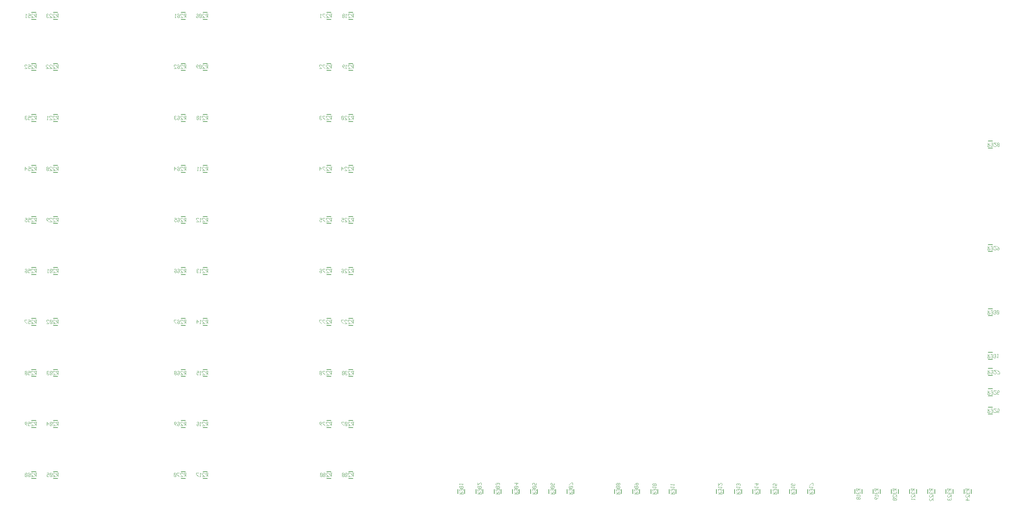
<source format=gbr>
G04 start of page 15 for group -4078 idx -4078 *
G04 Title: (unknown), bottomsilk *
G04 Creator: pcb 20091103 *
G04 CreationDate: Чтв 05 Июл 2012 10:45:54 UTC *
G04 For: aml *
G04 Format: Gerber/RS-274X *
G04 PCB-Dimensions: 1259850 590550 *
G04 PCB-Coordinate-Origin: lower left *
%MOIN*%
%FSLAX25Y25*%
%LNBACKSILK*%
%ADD51C,0.0080*%
%ADD52C,0.0040*%
G54D51*X1079724Y31889D02*Y27165D01*
X1072244Y31889D02*Y27165D01*
X1099409Y31889D02*Y27165D01*
X1091929Y31889D02*Y27165D01*
X1119094Y31889D02*Y27165D01*
X1111614Y31889D02*Y27165D01*
X1178149Y31889D02*Y27165D01*
X1170669Y31889D02*Y27165D01*
X1138779Y31889D02*Y27165D01*
X1131299Y31889D02*Y27165D01*
X1158464Y31889D02*Y27165D01*
X1150984Y31889D02*Y27165D01*
X1197834Y31889D02*Y27165D01*
X1190354Y31889D02*Y27165D01*
X1216141Y408070D02*X1220865D01*
X1216141Y400590D02*X1220865D01*
X1216141Y162400D02*X1220865D01*
X1216141Y154920D02*X1220865D01*
X1216141Y140353D02*X1220865D01*
X1216141Y132873D02*X1220865D01*
X1216141Y120668D02*X1220865D01*
X1216141Y113188D02*X1220865D01*
X1216141Y179723D02*X1220865D01*
X1216141Y172243D02*X1220865D01*
X1216141Y226967D02*X1220865D01*
X1216141Y219487D02*X1220865D01*
X1216142Y296258D02*X1220866D01*
X1216142Y288778D02*X1220866D01*
X922638Y31889D02*Y27165D01*
X930118Y31889D02*Y27165D01*
X942323Y31889D02*Y27165D01*
X949803Y31889D02*Y27165D01*
X851772Y31889D02*Y27165D01*
X859252Y31889D02*Y27165D01*
X812402Y31889D02*Y27165D01*
X819882Y31889D02*Y27165D01*
X871457Y31889D02*Y27165D01*
X878937Y31889D02*Y27165D01*
X832087Y31889D02*Y27165D01*
X839567Y31889D02*Y27165D01*
X962008Y31889D02*Y27165D01*
X969488Y31889D02*Y27165D01*
X981693Y31889D02*Y27165D01*
X989173Y31889D02*Y27165D01*
X1001378Y31889D02*Y27165D01*
X1008858Y31889D02*Y27165D01*
X1021063Y31889D02*Y27165D01*
X1028543Y31889D02*Y27165D01*
X682480Y31889D02*Y27165D01*
X689960Y31889D02*Y27165D01*
X662795Y31889D02*Y27165D01*
X670275Y31889D02*Y27165D01*
X643110Y31889D02*Y27165D01*
X650590Y31889D02*Y27165D01*
X761221Y31889D02*Y27165D01*
X768701Y31889D02*Y27165D01*
X741535Y31889D02*Y27165D01*
X749015Y31889D02*Y27165D01*
X721850Y31889D02*Y27165D01*
X729330Y31889D02*Y27165D01*
X702165Y31889D02*Y27165D01*
X709645Y31889D02*Y27165D01*
X206299Y319093D02*X211023D01*
X206299Y326573D02*X211023D01*
X344095Y271455D02*X348819D01*
X344095Y263975D02*X348819D01*
X344095Y326573D02*X348819D01*
X344095Y319093D02*X348819D01*
X367717D02*X372441D01*
X367717Y326573D02*X372441D01*
X206299Y539566D02*X211023D01*
X206299Y547046D02*X211023D01*
X182677D02*X187401D01*
X182677Y539566D02*X187401D01*
X206299Y374212D02*X211023D01*
X206299Y381692D02*X211023D01*
X182677D02*X187401D01*
X182677Y374212D02*X187401D01*
X182677Y436810D02*X187401D01*
X182677Y429330D02*X187401D01*
X182677Y50983D02*X187401D01*
X182677Y43503D02*X187401D01*
X206299Y98621D02*X211023D01*
X206299Y106101D02*X211023D01*
X206299Y43503D02*X211023D01*
X206299Y50983D02*X211023D01*
X206299Y153739D02*X211023D01*
X206299Y161219D02*X211023D01*
X182677D02*X187401D01*
X182677Y153739D02*X187401D01*
X182677Y106101D02*X187401D01*
X182677Y98621D02*X187401D01*
X206299Y429330D02*X211023D01*
X206299Y436810D02*X211023D01*
X344095D02*X348819D01*
X344095Y429330D02*X348819D01*
X367717D02*X372441D01*
X367717Y436810D02*X372441D01*
X182677Y491928D02*X187401D01*
X182677Y484448D02*X187401D01*
X344095Y491928D02*X348819D01*
X344095Y484448D02*X348819D01*
X367717D02*X372441D01*
X367717Y491928D02*X372441D01*
X206299Y484448D02*X211023D01*
X206299Y491928D02*X211023D01*
X344095Y381692D02*X348819D01*
X344095Y374212D02*X348819D01*
X367717D02*X372441D01*
X367717Y381692D02*X372441D01*
X344095Y547046D02*X348819D01*
X344095Y539566D02*X348819D01*
X182677Y216337D02*X187401D01*
X182677Y208857D02*X187401D01*
X206299D02*X211023D01*
X206299Y216337D02*X211023D01*
X206299Y263975D02*X211023D01*
X206299Y271455D02*X211023D01*
X182677D02*X187401D01*
X182677Y263975D02*X187401D01*
X182677Y326573D02*X187401D01*
X182677Y319093D02*X187401D01*
X525197Y263975D02*X529921D01*
X525197Y271455D02*X529921D01*
X525197Y208857D02*X529921D01*
X525197Y216337D02*X529921D01*
X525197Y539566D02*X529921D01*
X525197Y547046D02*X529921D01*
X367717Y539566D02*X372441D01*
X367717Y547046D02*X372441D01*
X501575D02*X506299D01*
X501575Y539566D02*X506299D01*
X525197Y484448D02*X529921D01*
X525197Y491928D02*X529921D01*
X501575D02*X506299D01*
X501575Y484448D02*X506299D01*
X525197Y319093D02*X529921D01*
X525197Y326573D02*X529921D01*
X501575D02*X506299D01*
X501575Y319093D02*X506299D01*
X501575Y436810D02*X506299D01*
X501575Y429330D02*X506299D01*
X525197D02*X529921D01*
X525197Y436810D02*X529921D01*
X525197Y374212D02*X529921D01*
X525197Y381692D02*X529921D01*
X501575D02*X506299D01*
X501575Y374212D02*X506299D01*
X501575Y216337D02*X506299D01*
X501575Y208857D02*X506299D01*
X501575Y271455D02*X506299D01*
X501575Y263975D02*X506299D01*
X344095Y50983D02*X348819D01*
X344095Y43503D02*X348819D01*
X367717D02*X372441D01*
X367717Y50983D02*X372441D01*
X344095Y106101D02*X348819D01*
X344095Y98621D02*X348819D01*
X367717D02*X372441D01*
X367717Y106101D02*X372441D01*
X367717Y263975D02*X372441D01*
X367717Y271455D02*X372441D01*
X344095Y216337D02*X348819D01*
X344095Y208857D02*X348819D01*
X367717D02*X372441D01*
X367717Y216337D02*X372441D01*
X367717Y153739D02*X372441D01*
X367717Y161219D02*X372441D01*
X344095D02*X348819D01*
X344095Y153739D02*X348819D01*
X525197Y43503D02*X529921D01*
X525197Y50983D02*X529921D01*
X501575D02*X506299D01*
X501575Y43503D02*X506299D01*
X525197Y153739D02*X529921D01*
X525197Y161219D02*X529921D01*
X501575D02*X506299D01*
X501575Y153739D02*X506299D01*
X525197Y98621D02*X529921D01*
X525197Y106101D02*X529921D01*
X501575D02*X506299D01*
X501575Y98621D02*X506299D01*
G54D52*X688370Y26377D02*Y28377D01*
X687870Y28877D01*
X686870D02*X687870D01*
X686370Y28377D02*X686870Y28877D01*
X686370Y26877D02*Y28377D01*
X684370Y26877D02*X688370D01*
X686370D02*X684370Y28877D01*
X687870Y30078D02*X688370Y30578D01*
Y31578D01*
X687870Y32078D01*
X684870D02*X687870D01*
X684370Y31578D02*X684870Y32078D01*
X684370Y30578D02*Y31578D01*
X684870Y30078D02*X684370Y30578D01*
X686370D02*Y32078D01*
X684870Y33279D02*X684370Y33779D01*
X684870Y33279D02*X687870D01*
X688370Y33779D01*
Y34779D01*
X687870Y35279D01*
X684870D02*X687870D01*
X684370Y34779D02*X684870Y35279D01*
X684370Y33779D02*Y34779D01*
X685370Y33279D02*X687370Y35279D01*
X687870Y36480D02*X688370Y36980D01*
Y37980D01*
X687870Y38480D01*
X684870D02*X687870D01*
X684370Y37980D02*X684870Y38480D01*
X684370Y36980D02*Y37980D01*
X684870Y36480D02*X684370Y36980D01*
X686370D02*Y38480D01*
X668685Y26377D02*Y28377D01*
X668185Y28877D01*
X667185D02*X668185D01*
X666685Y28377D02*X667185Y28877D01*
X666685Y26877D02*Y28377D01*
X664685Y26877D02*X668685D01*
X666685D02*X664685Y28877D01*
X668185Y30078D02*X668685Y30578D01*
Y31578D01*
X668185Y32078D01*
X665185D02*X668185D01*
X664685Y31578D02*X665185Y32078D01*
X664685Y30578D02*Y31578D01*
X665185Y30078D02*X664685Y30578D01*
X666685D02*Y32078D01*
X665185Y33279D02*X664685Y33779D01*
X665185Y33279D02*X668185D01*
X668685Y33779D01*
Y34779D01*
X668185Y35279D01*
X665185D02*X668185D01*
X664685Y34779D02*X665185Y35279D01*
X664685Y33779D02*Y34779D01*
X665685Y33279D02*X667685Y35279D01*
X668185Y36480D02*X668685Y36980D01*
Y38480D01*
X668185Y38980D01*
X667185D02*X668185D01*
X664685Y36480D02*X667185Y38980D01*
X664685Y36480D02*Y38980D01*
X649000Y26377D02*Y28377D01*
X648500Y28877D01*
X647500D02*X648500D01*
X647000Y28377D02*X647500Y28877D01*
X647000Y26877D02*Y28377D01*
X645000Y26877D02*X649000D01*
X647000D02*X645000Y28877D01*
X648500Y30078D02*X649000Y30578D01*
Y31578D01*
X648500Y32078D01*
X645500D02*X648500D01*
X645000Y31578D02*X645500Y32078D01*
X645000Y30578D02*Y31578D01*
X645500Y30078D02*X645000Y30578D01*
X647000D02*Y32078D01*
X645500Y33279D02*X645000Y33779D01*
X645500Y33279D02*X648500D01*
X649000Y33779D01*
Y34779D01*
X648500Y35279D01*
X645500D02*X648500D01*
X645000Y34779D02*X645500Y35279D01*
X645000Y33779D02*Y34779D01*
X646000Y33279D02*X648000Y35279D01*
X645000Y36980D02*Y37980D01*
Y37480D02*X649000D01*
X648000Y36480D02*X649000Y37480D01*
X1073834Y30677D02*Y32677D01*
Y30677D02*X1074334Y30177D01*
X1075334D01*
X1075834Y30677D02*X1075334Y30177D01*
X1075834Y30677D02*Y32177D01*
X1073834D02*X1077834D01*
X1075834D02*X1077834Y30177D01*
X1074334Y28976D02*X1073834Y28476D01*
Y27476D02*Y28476D01*
Y27476D02*X1074334Y26976D01*
X1077334D01*
X1077834Y27476D02*X1077334Y26976D01*
X1077834Y27476D02*Y28476D01*
X1077334Y28976D02*X1077834Y28476D01*
X1075834Y26976D02*Y28476D01*
X1077834Y24275D02*Y25275D01*
X1073834Y24775D02*X1077834D01*
X1074834Y25775D02*X1073834Y24775D01*
X1077334Y23074D02*X1077834Y22574D01*
X1076334Y23074D02*X1077334D01*
X1076334D02*X1075834Y22574D01*
Y21574D02*Y22574D01*
Y21574D02*X1076334Y21074D01*
X1077334D01*
X1077834Y21574D02*X1077334Y21074D01*
X1077834Y21574D02*Y22574D01*
X1075334Y23074D02*X1075834Y22574D01*
X1074334Y23074D02*X1075334D01*
X1074334D02*X1073834Y22574D01*
Y21574D02*Y22574D01*
Y21574D02*X1074334Y21074D01*
X1075334D01*
X1075834Y21574D02*X1075334Y21074D01*
X1093519Y30677D02*Y32677D01*
Y30677D02*X1094019Y30177D01*
X1095019D01*
X1095519Y30677D02*X1095019Y30177D01*
X1095519Y30677D02*Y32177D01*
X1093519D02*X1097519D01*
X1095519D02*X1097519Y30177D01*
X1094019Y28976D02*X1093519Y28476D01*
Y27476D02*Y28476D01*
Y27476D02*X1094019Y26976D01*
X1097019D01*
X1097519Y27476D02*X1097019Y26976D01*
X1097519Y27476D02*Y28476D01*
X1097019Y28976D02*X1097519Y28476D01*
X1095519Y26976D02*Y28476D01*
X1097519Y24275D02*Y25275D01*
X1093519Y24775D02*X1097519D01*
X1094519Y25775D02*X1093519Y24775D01*
X1097519Y23074D02*X1095519Y21074D01*
X1094019D02*X1095519D01*
X1093519Y21574D02*X1094019Y21074D01*
X1093519Y21574D02*Y22574D01*
X1094019Y23074D02*X1093519Y22574D01*
X1094019Y23074D02*X1095019D01*
X1095519Y22574D01*
Y21074D02*Y22574D01*
X1113204Y30677D02*Y32677D01*
Y30677D02*X1113704Y30177D01*
X1114704D01*
X1115204Y30677D02*X1114704Y30177D01*
X1115204Y30677D02*Y32177D01*
X1113204D02*X1117204D01*
X1115204D02*X1117204Y30177D01*
X1113704Y28976D02*X1113204Y28476D01*
Y27476D02*Y28476D01*
Y27476D02*X1113704Y26976D01*
X1116704D01*
X1117204Y27476D02*X1116704Y26976D01*
X1117204Y27476D02*Y28476D01*
X1116704Y28976D02*X1117204Y28476D01*
X1115204Y26976D02*Y28476D01*
X1113704Y25775D02*X1113204Y25275D01*
Y23775D02*Y25275D01*
Y23775D02*X1113704Y23275D01*
X1114704D01*
X1117204Y25775D02*X1114704Y23275D01*
X1117204D02*Y25775D01*
X1116704Y22074D02*X1117204Y21574D01*
X1113704Y22074D02*X1116704D01*
X1113704D02*X1113204Y21574D01*
Y20574D02*Y21574D01*
Y20574D02*X1113704Y20074D01*
X1116704D01*
X1117204Y20574D02*X1116704Y20074D01*
X1117204Y20574D02*Y21574D01*
X1116204Y22074D02*X1114204Y20074D01*
X1132889Y30677D02*Y32677D01*
Y30677D02*X1133389Y30177D01*
X1134389D01*
X1134889Y30677D02*X1134389Y30177D01*
X1134889Y30677D02*Y32177D01*
X1132889D02*X1136889D01*
X1134889D02*X1136889Y30177D01*
X1133389Y28976D02*X1132889Y28476D01*
Y27476D02*Y28476D01*
Y27476D02*X1133389Y26976D01*
X1136389D01*
X1136889Y27476D02*X1136389Y26976D01*
X1136889Y27476D02*Y28476D01*
X1136389Y28976D02*X1136889Y28476D01*
X1134889Y26976D02*Y28476D01*
X1133389Y25775D02*X1132889Y25275D01*
Y23775D02*Y25275D01*
Y23775D02*X1133389Y23275D01*
X1134389D01*
X1136889Y25775D02*X1134389Y23275D01*
X1136889D02*Y25775D01*
Y20574D02*Y21574D01*
X1132889Y21074D02*X1136889D01*
X1133889Y22074D02*X1132889Y21074D01*
X1172259Y30677D02*Y32677D01*
Y30677D02*X1172759Y30177D01*
X1173759D01*
X1174259Y30677D02*X1173759Y30177D01*
X1174259Y30677D02*Y32177D01*
X1172259D02*X1176259D01*
X1174259D02*X1176259Y30177D01*
X1172759Y28976D02*X1172259Y28476D01*
Y27476D02*Y28476D01*
Y27476D02*X1172759Y26976D01*
X1175759D01*
X1176259Y27476D02*X1175759Y26976D01*
X1176259Y27476D02*Y28476D01*
X1175759Y28976D02*X1176259Y28476D01*
X1174259Y26976D02*Y28476D01*
X1172759Y25775D02*X1172259Y25275D01*
Y23775D02*Y25275D01*
Y23775D02*X1172759Y23275D01*
X1173759D01*
X1176259Y25775D02*X1173759Y23275D01*
X1176259D02*Y25775D01*
X1172759Y22074D02*X1172259Y21574D01*
Y20574D02*Y21574D01*
Y20574D02*X1172759Y20074D01*
X1175759D01*
X1176259Y20574D02*X1175759Y20074D01*
X1176259Y20574D02*Y21574D01*
X1175759Y22074D02*X1176259Y21574D01*
X1174259Y20074D02*Y21574D01*
X1152574Y30677D02*Y32677D01*
Y30677D02*X1153074Y30177D01*
X1154074D01*
X1154574Y30677D02*X1154074Y30177D01*
X1154574Y30677D02*Y32177D01*
X1152574D02*X1156574D01*
X1154574D02*X1156574Y30177D01*
X1153074Y28976D02*X1152574Y28476D01*
Y27476D02*Y28476D01*
Y27476D02*X1153074Y26976D01*
X1156074D01*
X1156574Y27476D02*X1156074Y26976D01*
X1156574Y27476D02*Y28476D01*
X1156074Y28976D02*X1156574Y28476D01*
X1154574Y26976D02*Y28476D01*
X1153074Y25775D02*X1152574Y25275D01*
Y23775D02*Y25275D01*
Y23775D02*X1153074Y23275D01*
X1154074D01*
X1156574Y25775D02*X1154074Y23275D01*
X1156574D02*Y25775D01*
X1153074Y22074D02*X1152574Y21574D01*
Y20074D02*Y21574D01*
Y20074D02*X1153074Y19574D01*
X1154074D01*
X1156574Y22074D02*X1154074Y19574D01*
X1156574D02*Y22074D01*
X1191944Y30677D02*Y32677D01*
Y30677D02*X1192444Y30177D01*
X1193444D01*
X1193944Y30677D02*X1193444Y30177D01*
X1193944Y30677D02*Y32177D01*
X1191944D02*X1195944D01*
X1193944D02*X1195944Y30177D01*
X1192444Y28976D02*X1191944Y28476D01*
Y27476D02*Y28476D01*
Y27476D02*X1192444Y26976D01*
X1195444D01*
X1195944Y27476D02*X1195444Y26976D01*
X1195944Y27476D02*Y28476D01*
X1195444Y28976D02*X1195944Y28476D01*
X1193944Y26976D02*Y28476D01*
X1192444Y25775D02*X1191944Y25275D01*
Y23775D02*Y25275D01*
Y23775D02*X1192444Y23275D01*
X1193444D01*
X1195944Y25775D02*X1193444Y23275D01*
X1195944D02*Y25775D01*
X1193944Y22074D02*X1191944Y20074D01*
X1193944Y19574D02*Y22074D01*
X1191944Y20074D02*X1195944D01*
X1215353Y173833D02*X1217353D01*
X1217853Y174333D01*
Y175333D01*
X1217353Y175833D02*X1217853Y175333D01*
X1215853Y175833D02*X1217353D01*
X1215853Y173833D02*Y177833D01*
Y175833D02*X1217853Y177833D01*
X1219054Y174333D02*X1219554Y173833D01*
X1220554D01*
X1221054Y174333D01*
Y177333D01*
X1220554Y177833D02*X1221054Y177333D01*
X1219554Y177833D02*X1220554D01*
X1219054Y177333D02*X1219554Y177833D01*
Y175833D02*X1221054D01*
X1222255Y174333D02*X1222755Y173833D01*
X1223755D01*
X1224255Y174333D01*
Y177333D01*
X1223755Y177833D02*X1224255Y177333D01*
X1222755Y177833D02*X1223755D01*
X1222255Y177333D02*X1222755Y177833D01*
Y175833D02*X1224255D01*
X1225956Y177833D02*X1226956D01*
X1226456Y173833D02*Y177833D01*
X1225456Y174833D02*X1226456Y173833D01*
X1215353Y156510D02*X1217353D01*
X1217853Y157010D01*
Y158010D01*
X1217353Y158510D02*X1217853Y158010D01*
X1215853Y158510D02*X1217353D01*
X1215853Y156510D02*Y160510D01*
Y158510D02*X1217853Y160510D01*
X1219054Y157010D02*X1219554Y156510D01*
X1220554D01*
X1221054Y157010D01*
Y160010D01*
X1220554Y160510D02*X1221054Y160010D01*
X1219554Y160510D02*X1220554D01*
X1219054Y160010D02*X1219554Y160510D01*
Y158510D02*X1221054D01*
X1222255Y157010D02*X1222755Y156510D01*
X1224255D01*
X1224755Y157010D01*
Y158010D01*
X1222255Y160510D02*X1224755Y158010D01*
X1222255Y160510D02*X1224755D01*
X1225956D02*X1228456Y158010D01*
Y156510D02*Y158010D01*
X1225956Y156510D02*X1228456D01*
X1215353Y134463D02*X1217353D01*
X1217853Y134963D01*
Y135963D01*
X1217353Y136463D02*X1217853Y135963D01*
X1215853Y136463D02*X1217353D01*
X1215853Y134463D02*Y138463D01*
Y136463D02*X1217853Y138463D01*
X1219054Y134963D02*X1219554Y134463D01*
X1220554D01*
X1221054Y134963D01*
Y137963D01*
X1220554Y138463D02*X1221054Y137963D01*
X1219554Y138463D02*X1220554D01*
X1219054Y137963D02*X1219554Y138463D01*
Y136463D02*X1221054D01*
X1222255Y134963D02*X1222755Y134463D01*
X1224255D01*
X1224755Y134963D01*
Y135963D01*
X1222255Y138463D02*X1224755Y135963D01*
X1222255Y138463D02*X1224755D01*
X1227456Y134463D02*X1227956Y134963D01*
X1226456Y134463D02*X1227456D01*
X1225956Y134963D02*X1226456Y134463D01*
X1225956Y134963D02*Y137963D01*
X1226456Y138463D01*
X1227456Y136463D02*X1227956Y136963D01*
X1225956Y136463D02*X1227456D01*
X1226456Y138463D02*X1227456D01*
X1227956Y137963D01*
Y136963D02*Y137963D01*
X1215353Y114778D02*X1217353D01*
X1217853Y115278D01*
Y116278D01*
X1217353Y116778D02*X1217853Y116278D01*
X1215853Y116778D02*X1217353D01*
X1215853Y114778D02*Y118778D01*
Y116778D02*X1217853Y118778D01*
X1219054Y115278D02*X1219554Y114778D01*
X1220554D01*
X1221054Y115278D01*
Y118278D01*
X1220554Y118778D02*X1221054Y118278D01*
X1219554Y118778D02*X1220554D01*
X1219054Y118278D02*X1219554Y118778D01*
Y116778D02*X1221054D01*
X1222255Y115278D02*X1222755Y114778D01*
X1224255D01*
X1224755Y115278D01*
Y116278D01*
X1222255Y118778D02*X1224755Y116278D01*
X1222255Y118778D02*X1224755D01*
X1225956Y114778D02*X1227956D01*
X1225956D02*Y116778D01*
X1226456Y116278D01*
X1227456D01*
X1227956Y116778D01*
Y118278D01*
X1227456Y118778D02*X1227956Y118278D01*
X1226456Y118778D02*X1227456D01*
X1225956Y118278D02*X1226456Y118778D01*
X1215353Y221077D02*X1217353D01*
X1217853Y221577D01*
Y222577D01*
X1217353Y223077D02*X1217853Y222577D01*
X1215853Y223077D02*X1217353D01*
X1215853Y221077D02*Y225077D01*
Y223077D02*X1217853Y225077D01*
X1219054Y221577D02*X1219554Y221077D01*
X1220554D01*
X1221054Y221577D01*
Y224577D01*
X1220554Y225077D02*X1221054Y224577D01*
X1219554Y225077D02*X1220554D01*
X1219054Y224577D02*X1219554Y225077D01*
Y223077D02*X1221054D01*
X1222255Y221577D02*X1222755Y221077D01*
X1223755D01*
X1224255Y221577D01*
Y224577D01*
X1223755Y225077D02*X1224255Y224577D01*
X1222755Y225077D02*X1223755D01*
X1222255Y224577D02*X1222755Y225077D01*
Y223077D02*X1224255D01*
X1225456Y224577D02*X1225956Y225077D01*
X1225456Y221577D02*Y224577D01*
Y221577D02*X1225956Y221077D01*
X1226956D01*
X1227456Y221577D01*
Y224577D01*
X1226956Y225077D02*X1227456Y224577D01*
X1225956Y225077D02*X1226956D01*
X1225456Y224077D02*X1227456Y222077D01*
X1215354Y290368D02*X1217354D01*
X1217854Y290868D01*
Y291868D01*
X1217354Y292368D02*X1217854Y291868D01*
X1215854Y292368D02*X1217354D01*
X1215854Y290368D02*Y294368D01*
Y292368D02*X1217854Y294368D01*
X1219055Y290868D02*X1219555Y290368D01*
X1220555D01*
X1221055Y290868D01*
Y293868D01*
X1220555Y294368D02*X1221055Y293868D01*
X1219555Y294368D02*X1220555D01*
X1219055Y293868D02*X1219555Y294368D01*
Y292368D02*X1221055D01*
X1222256Y290868D02*X1222756Y290368D01*
X1224256D01*
X1224756Y290868D01*
Y291868D01*
X1222256Y294368D02*X1224756Y291868D01*
X1222256Y294368D02*X1224756D01*
X1225957D02*X1227957Y292368D01*
Y290868D02*Y292368D01*
X1227457Y290368D02*X1227957Y290868D01*
X1226457Y290368D02*X1227457D01*
X1225957Y290868D02*X1226457Y290368D01*
X1225957Y290868D02*Y291868D01*
X1226457Y292368D01*
X1227957D01*
X1215353Y402180D02*X1217353D01*
X1217853Y402680D01*
Y403680D01*
X1217353Y404180D02*X1217853Y403680D01*
X1215853Y404180D02*X1217353D01*
X1215853Y402180D02*Y406180D01*
Y404180D02*X1217853Y406180D01*
X1219054Y402680D02*X1219554Y402180D01*
X1220554D01*
X1221054Y402680D01*
Y405680D01*
X1220554Y406180D02*X1221054Y405680D01*
X1219554Y406180D02*X1220554D01*
X1219054Y405680D02*X1219554Y406180D01*
Y404180D02*X1221054D01*
X1222255Y402680D02*X1222755Y402180D01*
X1224255D01*
X1224755Y402680D01*
Y403680D01*
X1222255Y406180D02*X1224755Y403680D01*
X1222255Y406180D02*X1224755D01*
X1225956Y405680D02*X1226456Y406180D01*
X1225956Y404680D02*Y405680D01*
Y404680D02*X1226456Y404180D01*
X1227456D01*
X1227956Y404680D01*
Y405680D01*
X1227456Y406180D02*X1227956Y405680D01*
X1226456Y406180D02*X1227456D01*
X1225956Y403680D02*X1226456Y404180D01*
X1225956Y402680D02*Y403680D01*
Y402680D02*X1226456Y402180D01*
X1227456D01*
X1227956Y402680D01*
Y403680D01*
X1227456Y404180D02*X1227956Y403680D01*
X928528Y26377D02*Y28377D01*
X928028Y28877D01*
X927028D02*X928028D01*
X926528Y28377D02*X927028Y28877D01*
X926528Y26877D02*Y28377D01*
X924528Y26877D02*X928528D01*
X926528D02*X924528Y28877D01*
X928028Y30078D02*X928528Y30578D01*
Y31578D01*
X928028Y32078D01*
X925028D02*X928028D01*
X924528Y31578D02*X925028Y32078D01*
X924528Y30578D02*Y31578D01*
X925028Y30078D02*X924528Y30578D01*
X926528D02*Y32078D01*
X924528Y33779D02*Y34779D01*
Y34279D02*X928528D01*
X927528Y33279D02*X928528Y34279D01*
X928028Y35980D02*X928528Y36480D01*
Y37980D01*
X928028Y38480D01*
X927028D02*X928028D01*
X924528Y35980D02*X927028Y38480D01*
X924528Y35980D02*Y38480D01*
X857662Y26377D02*Y28377D01*
X857162Y28877D01*
X856162D02*X857162D01*
X855662Y28377D02*X856162Y28877D01*
X855662Y26877D02*Y28377D01*
X853662Y26877D02*X857662D01*
X855662D02*X853662Y28877D01*
X857162Y30078D02*X857662Y30578D01*
Y31578D01*
X857162Y32078D01*
X854162D02*X857162D01*
X853662Y31578D02*X854162Y32078D01*
X853662Y30578D02*Y31578D01*
X854162Y30078D02*X853662Y30578D01*
X855662D02*Y32078D01*
X853662Y33779D02*Y34779D01*
Y34279D02*X857662D01*
X856662Y33279D02*X857662Y34279D01*
X854162Y35980D02*X853662Y36480D01*
X854162Y35980D02*X857162D01*
X857662Y36480D01*
Y37480D01*
X857162Y37980D01*
X854162D02*X857162D01*
X853662Y37480D02*X854162Y37980D01*
X853662Y36480D02*Y37480D01*
X854662Y35980D02*X856662Y37980D01*
X877347Y26377D02*Y28377D01*
X876847Y28877D01*
X875847D02*X876847D01*
X875347Y28377D02*X875847Y28877D01*
X875347Y26877D02*Y28377D01*
X873347Y26877D02*X877347D01*
X875347D02*X873347Y28877D01*
X876847Y30078D02*X877347Y30578D01*
Y31578D01*
X876847Y32078D01*
X873847D02*X876847D01*
X873347Y31578D02*X873847Y32078D01*
X873347Y30578D02*Y31578D01*
X873847Y30078D02*X873347Y30578D01*
X875347D02*Y32078D01*
X873347Y33779D02*Y34779D01*
Y34279D02*X877347D01*
X876347Y33279D02*X877347Y34279D01*
X873347Y36480D02*Y37480D01*
Y36980D02*X877347D01*
X876347Y35980D02*X877347Y36980D01*
X948213Y26377D02*Y28377D01*
X947713Y28877D01*
X946713D02*X947713D01*
X946213Y28377D02*X946713Y28877D01*
X946213Y26877D02*Y28377D01*
X944213Y26877D02*X948213D01*
X946213D02*X944213Y28877D01*
X947713Y30078D02*X948213Y30578D01*
Y31578D01*
X947713Y32078D01*
X944713D02*X947713D01*
X944213Y31578D02*X944713Y32078D01*
X944213Y30578D02*Y31578D01*
X944713Y30078D02*X944213Y30578D01*
X946213D02*Y32078D01*
X944213Y33779D02*Y34779D01*
Y34279D02*X948213D01*
X947213Y33279D02*X948213Y34279D01*
X947713Y35980D02*X948213Y36480D01*
Y37480D01*
X947713Y37980D01*
X944713D02*X947713D01*
X944213Y37480D02*X944713Y37980D01*
X944213Y36480D02*Y37480D01*
X944713Y35980D02*X944213Y36480D01*
X946213D02*Y37980D01*
X967898Y26377D02*Y28377D01*
X967398Y28877D01*
X966398D02*X967398D01*
X965898Y28377D02*X966398Y28877D01*
X965898Y26877D02*Y28377D01*
X963898Y26877D02*X967898D01*
X965898D02*X963898Y28877D01*
X967398Y30078D02*X967898Y30578D01*
Y31578D01*
X967398Y32078D01*
X964398D02*X967398D01*
X963898Y31578D02*X964398Y32078D01*
X963898Y30578D02*Y31578D01*
X964398Y30078D02*X963898Y30578D01*
X965898D02*Y32078D01*
X963898Y33779D02*Y34779D01*
Y34279D02*X967898D01*
X966898Y33279D02*X967898Y34279D01*
X965898Y35980D02*X967898Y37980D01*
X965898Y35980D02*Y38480D01*
X963898Y37980D02*X967898D01*
X987583Y26377D02*Y28377D01*
X987083Y28877D01*
X986083D02*X987083D01*
X985583Y28377D02*X986083Y28877D01*
X985583Y26877D02*Y28377D01*
X983583Y26877D02*X987583D01*
X985583D02*X983583Y28877D01*
X987083Y30078D02*X987583Y30578D01*
Y31578D01*
X987083Y32078D01*
X984083D02*X987083D01*
X983583Y31578D02*X984083Y32078D01*
X983583Y30578D02*Y31578D01*
X984083Y30078D02*X983583Y30578D01*
X985583D02*Y32078D01*
X983583Y33779D02*Y34779D01*
Y34279D02*X987583D01*
X986583Y33279D02*X987583Y34279D01*
Y35980D02*Y37980D01*
X985583Y35980D02*X987583D01*
X985583D02*X986083Y36480D01*
Y37480D01*
X985583Y37980D01*
X984083D02*X985583D01*
X983583Y37480D02*X984083Y37980D01*
X983583Y36480D02*Y37480D01*
X984083Y35980D02*X983583Y36480D01*
X837977Y26377D02*Y28377D01*
X837477Y28877D01*
X836477D02*X837477D01*
X835977Y28377D02*X836477Y28877D01*
X835977Y26877D02*Y28377D01*
X833977Y26877D02*X837977D01*
X835977D02*X833977Y28877D01*
X837477Y30078D02*X837977Y30578D01*
Y31578D01*
X837477Y32078D01*
X834477D02*X837477D01*
X833977Y31578D02*X834477Y32078D01*
X833977Y30578D02*Y31578D01*
X834477Y30078D02*X833977Y30578D01*
X835977D02*Y32078D01*
X834477Y33279D02*X833977Y33779D01*
X834477Y33279D02*X837477D01*
X837977Y33779D01*
Y34779D01*
X837477Y35279D01*
X834477D02*X837477D01*
X833977Y34779D02*X834477Y35279D01*
X833977Y33779D02*Y34779D01*
X834977Y33279D02*X836977Y35279D01*
X833977Y36480D02*X835977Y38480D01*
X837477D01*
X837977Y37980D02*X837477Y38480D01*
X837977Y36980D02*Y37980D01*
X837477Y36480D02*X837977Y36980D01*
X836477Y36480D02*X837477D01*
X836477D02*X835977Y36980D01*
Y38480D01*
X747425Y26377D02*Y28377D01*
X746925Y28877D01*
X745925D02*X746925D01*
X745425Y28377D02*X745925Y28877D01*
X745425Y26877D02*Y28377D01*
X743425Y26877D02*X747425D01*
X745425D02*X743425Y28877D01*
X746925Y30078D02*X747425Y30578D01*
Y31578D01*
X746925Y32078D01*
X743925D02*X746925D01*
X743425Y31578D02*X743925Y32078D01*
X743425Y30578D02*Y31578D01*
X743925Y30078D02*X743425Y30578D01*
X745425D02*Y32078D01*
X743925Y33279D02*X743425Y33779D01*
X743925Y33279D02*X746925D01*
X747425Y33779D01*
Y34779D01*
X746925Y35279D01*
X743925D02*X746925D01*
X743425Y34779D02*X743925Y35279D01*
X743425Y33779D02*Y34779D01*
X744425Y33279D02*X746425Y35279D01*
X747425Y37980D02*X746925Y38480D01*
X747425Y36980D02*Y37980D01*
X746925Y36480D02*X747425Y36980D01*
X743925Y36480D02*X746925D01*
X743925D02*X743425Y36980D01*
X745425Y37980D02*X744925Y38480D01*
X745425Y36480D02*Y37980D01*
X743425Y36980D02*Y37980D01*
X743925Y38480D01*
X744925D01*
X1007268Y26377D02*Y28377D01*
X1006768Y28877D01*
X1005768D02*X1006768D01*
X1005268Y28377D02*X1005768Y28877D01*
X1005268Y26877D02*Y28377D01*
X1003268Y26877D02*X1007268D01*
X1005268D02*X1003268Y28877D01*
X1006768Y30078D02*X1007268Y30578D01*
Y31578D01*
X1006768Y32078D01*
X1003768D02*X1006768D01*
X1003268Y31578D02*X1003768Y32078D01*
X1003268Y30578D02*Y31578D01*
X1003768Y30078D02*X1003268Y30578D01*
X1005268D02*Y32078D01*
X1003268Y33779D02*Y34779D01*
Y34279D02*X1007268D01*
X1006268Y33279D02*X1007268Y34279D01*
Y37480D02*X1006768Y37980D01*
X1007268Y36480D02*Y37480D01*
X1006768Y35980D02*X1007268Y36480D01*
X1003768Y35980D02*X1006768D01*
X1003768D02*X1003268Y36480D01*
X1005268Y37480D02*X1004768Y37980D01*
X1005268Y35980D02*Y37480D01*
X1003268Y36480D02*Y37480D01*
X1003768Y37980D01*
X1004768D01*
X1026953Y26377D02*Y28377D01*
X1026453Y28877D01*
X1025453D02*X1026453D01*
X1024953Y28377D02*X1025453Y28877D01*
X1024953Y26877D02*Y28377D01*
X1022953Y26877D02*X1026953D01*
X1024953D02*X1022953Y28877D01*
X1026453Y30078D02*X1026953Y30578D01*
Y31578D01*
X1026453Y32078D01*
X1023453D02*X1026453D01*
X1022953Y31578D02*X1023453Y32078D01*
X1022953Y30578D02*Y31578D01*
X1023453Y30078D02*X1022953Y30578D01*
X1024953D02*Y32078D01*
X1022953Y33779D02*Y34779D01*
Y34279D02*X1026953D01*
X1025953Y33279D02*X1026953Y34279D01*
X1022953Y35980D02*X1025453Y38480D01*
X1026953D01*
Y35980D02*Y38480D01*
X818292Y26377D02*Y28377D01*
X817792Y28877D01*
X816792D02*X817792D01*
X816292Y28377D02*X816792Y28877D01*
X816292Y26877D02*Y28377D01*
X814292Y26877D02*X818292D01*
X816292D02*X814292Y28877D01*
X817792Y30078D02*X818292Y30578D01*
Y31578D01*
X817792Y32078D01*
X814792D02*X817792D01*
X814292Y31578D02*X814792Y32078D01*
X814292Y30578D02*Y31578D01*
X814792Y30078D02*X814292Y30578D01*
X816292D02*Y32078D01*
X814792Y33279D02*X814292Y33779D01*
X814792Y33279D02*X817792D01*
X818292Y33779D01*
Y34779D01*
X817792Y35279D01*
X814792D02*X817792D01*
X814292Y34779D02*X814792Y35279D01*
X814292Y33779D02*Y34779D01*
X815292Y33279D02*X817292Y35279D01*
X814792Y36480D02*X814292Y36980D01*
X814792Y36480D02*X815792D01*
X816292Y36980D01*
Y37980D01*
X815792Y38480D01*
X814792D02*X815792D01*
X814292Y37980D02*X814792Y38480D01*
X814292Y36980D02*Y37980D01*
X816792Y36480D02*X816292Y36980D01*
X816792Y36480D02*X817792D01*
X818292Y36980D01*
Y37980D01*
X817792Y38480D01*
X816792D02*X817792D01*
X816292Y37980D02*X816792Y38480D01*
X767111Y26377D02*Y28377D01*
X766611Y28877D01*
X765611D02*X766611D01*
X765111Y28377D02*X765611Y28877D01*
X765111Y26877D02*Y28377D01*
X763111Y26877D02*X767111D01*
X765111D02*X763111Y28877D01*
X766611Y30078D02*X767111Y30578D01*
Y31578D01*
X766611Y32078D01*
X763611D02*X766611D01*
X763111Y31578D02*X763611Y32078D01*
X763111Y30578D02*Y31578D01*
X763611Y30078D02*X763111Y30578D01*
X765111D02*Y32078D01*
X763611Y33279D02*X763111Y33779D01*
X763611Y33279D02*X766611D01*
X767111Y33779D01*
Y34779D01*
X766611Y35279D01*
X763611D02*X766611D01*
X763111Y34779D02*X763611Y35279D01*
X763111Y33779D02*Y34779D01*
X764111Y33279D02*X766111Y35279D01*
X763111Y36480D02*X765611Y38980D01*
X767111D01*
Y36480D02*Y38980D01*
X727740Y26377D02*Y28377D01*
X727240Y28877D01*
X726240D02*X727240D01*
X725740Y28377D02*X726240Y28877D01*
X725740Y26877D02*Y28377D01*
X723740Y26877D02*X727740D01*
X725740D02*X723740Y28877D01*
X727240Y30078D02*X727740Y30578D01*
Y31578D01*
X727240Y32078D01*
X724240D02*X727240D01*
X723740Y31578D02*X724240Y32078D01*
X723740Y30578D02*Y31578D01*
X724240Y30078D02*X723740Y30578D01*
X725740D02*Y32078D01*
X724240Y33279D02*X723740Y33779D01*
X724240Y33279D02*X727240D01*
X727740Y33779D01*
Y34779D01*
X727240Y35279D01*
X724240D02*X727240D01*
X723740Y34779D02*X724240Y35279D01*
X723740Y33779D02*Y34779D01*
X724740Y33279D02*X726740Y35279D01*
X727740Y36480D02*Y38480D01*
X725740Y36480D02*X727740D01*
X725740D02*X726240Y36980D01*
Y37980D01*
X725740Y38480D01*
X724240D02*X725740D01*
X723740Y37980D02*X724240Y38480D01*
X723740Y36980D02*Y37980D01*
X724240Y36480D02*X723740Y36980D01*
X708055Y26377D02*Y28377D01*
X707555Y28877D01*
X706555D02*X707555D01*
X706055Y28377D02*X706555Y28877D01*
X706055Y26877D02*Y28377D01*
X704055Y26877D02*X708055D01*
X706055D02*X704055Y28877D01*
X707555Y30078D02*X708055Y30578D01*
Y31578D01*
X707555Y32078D01*
X704555D02*X707555D01*
X704055Y31578D02*X704555Y32078D01*
X704055Y30578D02*Y31578D01*
X704555Y30078D02*X704055Y30578D01*
X706055D02*Y32078D01*
X704555Y33279D02*X704055Y33779D01*
X704555Y33279D02*X707555D01*
X708055Y33779D01*
Y34779D01*
X707555Y35279D01*
X704555D02*X707555D01*
X704055Y34779D02*X704555Y35279D01*
X704055Y33779D02*Y34779D01*
X705055Y33279D02*X707055Y35279D01*
X706055Y36480D02*X708055Y38480D01*
X706055Y36480D02*Y38980D01*
X704055Y38480D02*X708055D01*
X505087Y380102D02*X507087D01*
X505087D02*X504587Y379602D01*
Y378602D02*Y379602D01*
X505087Y378102D02*X504587Y378602D01*
X505087Y378102D02*X506587D01*
Y376102D02*Y380102D01*
Y378102D02*X504587Y376102D01*
X503386Y379602D02*X502886Y380102D01*
X501386D02*X502886D01*
X501386D02*X500886Y379602D01*
Y378602D02*Y379602D01*
X503386Y376102D02*X500886Y378602D01*
Y376102D02*X503386D01*
X499685D02*X497185Y378602D01*
Y380102D01*
X499685D01*
X495984Y378102D02*X493984Y380102D01*
X493484Y378102D02*X495984D01*
X493984Y376102D02*Y380102D01*
X528709Y545456D02*X530709D01*
X528709D02*X528209Y544956D01*
Y543956D02*Y544956D01*
X528709Y543456D02*X528209Y543956D01*
X528709Y543456D02*X530209D01*
Y541456D02*Y545456D01*
Y543456D02*X528209Y541456D01*
X527008Y544956D02*X526508Y545456D01*
X525008D02*X526508D01*
X525008D02*X524508Y544956D01*
Y543956D02*Y544956D01*
X527008Y541456D02*X524508Y543956D01*
Y541456D02*X527008D01*
X521807D02*X522807D01*
X522307D02*Y545456D01*
X523307Y544456D02*X522307Y545456D01*
X520606Y541956D02*X520106Y541456D01*
X520606Y541956D02*Y542956D01*
X520106Y543456D01*
X519106D02*X520106D01*
X519106D02*X518606Y542956D01*
Y541956D02*Y542956D01*
X519106Y541456D02*X518606Y541956D01*
X519106Y541456D02*X520106D01*
X520606Y543956D02*X520106Y543456D01*
X520606Y543956D02*Y544956D01*
X520106Y545456D01*
X519106D02*X520106D01*
X519106D02*X518606Y544956D01*
Y543956D02*Y544956D01*
X519106Y543456D02*X518606Y543956D01*
X528709Y269865D02*X530709D01*
X528709D02*X528209Y269365D01*
Y268365D02*Y269365D01*
X528709Y267865D02*X528209Y268365D01*
X528709Y267865D02*X530209D01*
Y265865D02*Y269865D01*
Y267865D02*X528209Y265865D01*
X527008Y269365D02*X526508Y269865D01*
X525008D02*X526508D01*
X525008D02*X524508Y269365D01*
Y268365D02*Y269365D01*
X527008Y265865D02*X524508Y268365D01*
Y265865D02*X527008D01*
X523307Y269365D02*X522807Y269865D01*
X521307D02*X522807D01*
X521307D02*X520807Y269365D01*
Y268365D02*Y269365D01*
X523307Y265865D02*X520807Y268365D01*
Y265865D02*X523307D01*
X518106Y269865D02*X517606Y269365D01*
X518106Y269865D02*X519106D01*
X519606Y269365D02*X519106Y269865D01*
X519606Y266365D02*Y269365D01*
Y266365D02*X519106Y265865D01*
X518106Y267865D02*X517606Y267365D01*
X518106Y267865D02*X519606D01*
X518106Y265865D02*X519106D01*
X518106D02*X517606Y266365D01*
Y267365D01*
X528709Y324983D02*X530709D01*
X528709D02*X528209Y324483D01*
Y323483D02*Y324483D01*
X528709Y322983D02*X528209Y323483D01*
X528709Y322983D02*X530209D01*
Y320983D02*Y324983D01*
Y322983D02*X528209Y320983D01*
X527008Y324483D02*X526508Y324983D01*
X525008D02*X526508D01*
X525008D02*X524508Y324483D01*
Y323483D02*Y324483D01*
X527008Y320983D02*X524508Y323483D01*
Y320983D02*X527008D01*
X523307Y324483D02*X522807Y324983D01*
X521307D02*X522807D01*
X521307D02*X520807Y324483D01*
Y323483D02*Y324483D01*
X523307Y320983D02*X520807Y323483D01*
Y320983D02*X523307D01*
X517606Y324983D02*X519606D01*
Y322983D02*Y324983D01*
Y322983D02*X519106Y323483D01*
X518106D02*X519106D01*
X518106D02*X517606Y322983D01*
Y321483D02*Y322983D01*
X518106Y320983D02*X517606Y321483D01*
X518106Y320983D02*X519106D01*
X519606Y321483D02*X519106Y320983D01*
X528709Y435220D02*X530709D01*
X528709D02*X528209Y434720D01*
Y433720D02*Y434720D01*
X528709Y433220D02*X528209Y433720D01*
X528709Y433220D02*X530209D01*
Y431220D02*Y435220D01*
Y433220D02*X528209Y431220D01*
X527008Y434720D02*X526508Y435220D01*
X525008D02*X526508D01*
X525008D02*X524508Y434720D01*
Y433720D02*Y434720D01*
X527008Y431220D02*X524508Y433720D01*
Y431220D02*X527008D01*
X523307Y434720D02*X522807Y435220D01*
X521307D02*X522807D01*
X521307D02*X520807Y434720D01*
Y433720D02*Y434720D01*
X523307Y431220D02*X520807Y433720D01*
Y431220D02*X523307D01*
X519606Y431720D02*X519106Y431220D01*
X519606Y431720D02*Y434720D01*
X519106Y435220D01*
X518106D02*X519106D01*
X518106D02*X517606Y434720D01*
Y431720D02*Y434720D01*
X518106Y431220D02*X517606Y431720D01*
X518106Y431220D02*X519106D01*
X519606Y432220D02*X517606Y434220D01*
X528709Y380102D02*X530709D01*
X528709D02*X528209Y379602D01*
Y378602D02*Y379602D01*
X528709Y378102D02*X528209Y378602D01*
X528709Y378102D02*X530209D01*
Y376102D02*Y380102D01*
Y378102D02*X528209Y376102D01*
X527008Y379602D02*X526508Y380102D01*
X525008D02*X526508D01*
X525008D02*X524508Y379602D01*
Y378602D02*Y379602D01*
X527008Y376102D02*X524508Y378602D01*
Y376102D02*X527008D01*
X523307Y379602D02*X522807Y380102D01*
X521307D02*X522807D01*
X521307D02*X520807Y379602D01*
Y378602D02*Y379602D01*
X523307Y376102D02*X520807Y378602D01*
Y376102D02*X523307D01*
X519606Y378102D02*X517606Y380102D01*
X517106Y378102D02*X519606D01*
X517606Y376102D02*Y380102D01*
X505087Y435220D02*X507087D01*
X505087D02*X504587Y434720D01*
Y433720D02*Y434720D01*
X505087Y433220D02*X504587Y433720D01*
X505087Y433220D02*X506587D01*
Y431220D02*Y435220D01*
Y433220D02*X504587Y431220D01*
X503386Y434720D02*X502886Y435220D01*
X501386D02*X502886D01*
X501386D02*X500886Y434720D01*
Y433720D02*Y434720D01*
X503386Y431220D02*X500886Y433720D01*
Y431220D02*X503386D01*
X499685D02*X497185Y433720D01*
Y435220D01*
X499685D01*
X495984Y434720D02*X495484Y435220D01*
X494484D02*X495484D01*
X494484D02*X493984Y434720D01*
Y431720D02*Y434720D01*
X494484Y431220D02*X493984Y431720D01*
X494484Y431220D02*X495484D01*
X495984Y431720D02*X495484Y431220D01*
X493984Y433220D02*X495484D01*
X505087Y490338D02*X507087D01*
X505087D02*X504587Y489838D01*
Y488838D02*Y489838D01*
X505087Y488338D02*X504587Y488838D01*
X505087Y488338D02*X506587D01*
Y486338D02*Y490338D01*
Y488338D02*X504587Y486338D01*
X503386Y489838D02*X502886Y490338D01*
X501386D02*X502886D01*
X501386D02*X500886Y489838D01*
Y488838D02*Y489838D01*
X503386Y486338D02*X500886Y488838D01*
Y486338D02*X503386D01*
X499685D02*X497185Y488838D01*
Y490338D01*
X499685D01*
X495984Y489838D02*X495484Y490338D01*
X493984D02*X495484D01*
X493984D02*X493484Y489838D01*
Y488838D02*Y489838D01*
X495984Y486338D02*X493484Y488838D01*
Y486338D02*X495984D01*
X505087Y324983D02*X507087D01*
X505087D02*X504587Y324483D01*
Y323483D02*Y324483D01*
X505087Y322983D02*X504587Y323483D01*
X505087Y322983D02*X506587D01*
Y320983D02*Y324983D01*
Y322983D02*X504587Y320983D01*
X503386Y324483D02*X502886Y324983D01*
X501386D02*X502886D01*
X501386D02*X500886Y324483D01*
Y323483D02*Y324483D01*
X503386Y320983D02*X500886Y323483D01*
Y320983D02*X503386D01*
X499685D02*X497185Y323483D01*
Y324983D01*
X499685D01*
X493984D02*X495984D01*
Y322983D02*Y324983D01*
Y322983D02*X495484Y323483D01*
X494484D02*X495484D01*
X494484D02*X493984Y322983D01*
Y321483D02*Y322983D01*
X494484Y320983D02*X493984Y321483D01*
X494484Y320983D02*X495484D01*
X495984Y321483D02*X495484Y320983D01*
X505087Y269865D02*X507087D01*
X505087D02*X504587Y269365D01*
Y268365D02*Y269365D01*
X505087Y267865D02*X504587Y268365D01*
X505087Y267865D02*X506587D01*
Y265865D02*Y269865D01*
Y267865D02*X504587Y265865D01*
X503386Y269365D02*X502886Y269865D01*
X501386D02*X502886D01*
X501386D02*X500886Y269365D01*
Y268365D02*Y269365D01*
X503386Y265865D02*X500886Y268365D01*
Y265865D02*X503386D01*
X499685D02*X497185Y268365D01*
Y269865D01*
X499685D01*
X494484D02*X493984Y269365D01*
X494484Y269865D02*X495484D01*
X495984Y269365D02*X495484Y269865D01*
X495984Y266365D02*Y269365D01*
Y266365D02*X495484Y265865D01*
X494484Y267865D02*X493984Y267365D01*
X494484Y267865D02*X495984D01*
X494484Y265865D02*X495484D01*
X494484D02*X493984Y266365D01*
Y267365D01*
X186189Y490338D02*X188189D01*
X186189D02*X185689Y489838D01*
Y488838D02*Y489838D01*
X186189Y488338D02*X185689Y488838D01*
X186189Y488338D02*X187689D01*
Y486338D02*Y490338D01*
Y488338D02*X185689Y486338D01*
X184488Y489838D02*X183988Y490338D01*
X182488D02*X183988D01*
X182488D02*X181988Y489838D01*
Y488838D02*Y489838D01*
X184488Y486338D02*X181988Y488838D01*
Y486338D02*X184488D01*
X178787Y490338D02*X180787D01*
Y488338D02*Y490338D01*
Y488338D02*X180287Y488838D01*
X179287D02*X180287D01*
X179287D02*X178787Y488338D01*
Y486838D02*Y488338D01*
X179287Y486338D02*X178787Y486838D01*
X179287Y486338D02*X180287D01*
X180787Y486838D02*X180287Y486338D01*
X177586Y489838D02*X177086Y490338D01*
X175586D02*X177086D01*
X175586D02*X175086Y489838D01*
Y488838D02*Y489838D01*
X177586Y486338D02*X175086Y488838D01*
Y486338D02*X177586D01*
X209811Y490338D02*X211811D01*
X209811D02*X209311Y489838D01*
Y488838D02*Y489838D01*
X209811Y488338D02*X209311Y488838D01*
X209811Y488338D02*X211311D01*
Y486338D02*Y490338D01*
Y488338D02*X209311Y486338D01*
X208110Y489838D02*X207610Y490338D01*
X206110D02*X207610D01*
X206110D02*X205610Y489838D01*
Y488838D02*Y489838D01*
X208110Y486338D02*X205610Y488838D01*
Y486338D02*X208110D01*
X204409Y489838D02*X203909Y490338D01*
X202409D02*X203909D01*
X202409D02*X201909Y489838D01*
Y488838D02*Y489838D01*
X204409Y486338D02*X201909Y488838D01*
Y486338D02*X204409D01*
X200708Y489838D02*X200208Y490338D01*
X198708D02*X200208D01*
X198708D02*X198208Y489838D01*
Y488838D02*Y489838D01*
X200708Y486338D02*X198208Y488838D01*
Y486338D02*X200708D01*
X186189Y545456D02*X188189D01*
X186189D02*X185689Y544956D01*
Y543956D02*Y544956D01*
X186189Y543456D02*X185689Y543956D01*
X186189Y543456D02*X187689D01*
Y541456D02*Y545456D01*
Y543456D02*X185689Y541456D01*
X184488Y544956D02*X183988Y545456D01*
X182488D02*X183988D01*
X182488D02*X181988Y544956D01*
Y543956D02*Y544956D01*
X184488Y541456D02*X181988Y543956D01*
Y541456D02*X184488D01*
X178787Y545456D02*X180787D01*
Y543456D02*Y545456D01*
Y543456D02*X180287Y543956D01*
X179287D02*X180287D01*
X179287D02*X178787Y543456D01*
Y541956D02*Y543456D01*
X179287Y541456D02*X178787Y541956D01*
X179287Y541456D02*X180287D01*
X180787Y541956D02*X180287Y541456D01*
X176086D02*X177086D01*
X176586D02*Y545456D01*
X177586Y544456D02*X176586Y545456D01*
X209811D02*X211811D01*
X209811D02*X209311Y544956D01*
Y543956D02*Y544956D01*
X209811Y543456D02*X209311Y543956D01*
X209811Y543456D02*X211311D01*
Y541456D02*Y545456D01*
Y543456D02*X209311Y541456D01*
X208110Y544956D02*X207610Y545456D01*
X206110D02*X207610D01*
X206110D02*X205610Y544956D01*
Y543956D02*Y544956D01*
X208110Y541456D02*X205610Y543956D01*
Y541456D02*X208110D01*
X204409Y544956D02*X203909Y545456D01*
X202409D02*X203909D01*
X202409D02*X201909Y544956D01*
Y543956D02*Y544956D01*
X204409Y541456D02*X201909Y543956D01*
Y541456D02*X204409D01*
X200708Y544956D02*X200208Y545456D01*
X199208D02*X200208D01*
X199208D02*X198708Y544956D01*
Y541956D02*Y544956D01*
X199208Y541456D02*X198708Y541956D01*
X199208Y541456D02*X200208D01*
X200708Y541956D02*X200208Y541456D01*
X198708Y543456D02*X200208D01*
X505087Y545456D02*X507087D01*
X505087D02*X504587Y544956D01*
Y543956D02*Y544956D01*
X505087Y543456D02*X504587Y543956D01*
X505087Y543456D02*X506587D01*
Y541456D02*Y545456D01*
Y543456D02*X504587Y541456D01*
X503386Y544956D02*X502886Y545456D01*
X501386D02*X502886D01*
X501386D02*X500886Y544956D01*
Y543956D02*Y544956D01*
X503386Y541456D02*X500886Y543956D01*
Y541456D02*X503386D01*
X499685D02*X497185Y543956D01*
Y545456D01*
X499685D01*
X494484Y541456D02*X495484D01*
X494984D02*Y545456D01*
X495984Y544456D02*X494984Y545456D01*
X528709Y490338D02*X530709D01*
X528709D02*X528209Y489838D01*
Y488838D02*Y489838D01*
X528709Y488338D02*X528209Y488838D01*
X528709Y488338D02*X530209D01*
Y486338D02*Y490338D01*
Y488338D02*X528209Y486338D01*
X527008Y489838D02*X526508Y490338D01*
X525008D02*X526508D01*
X525008D02*X524508Y489838D01*
Y488838D02*Y489838D01*
X527008Y486338D02*X524508Y488838D01*
Y486338D02*X527008D01*
X521807D02*X522807D01*
X522307D02*Y490338D01*
X523307Y489338D02*X522307Y490338D01*
X520606Y486338D02*X518606Y488338D01*
Y489838D01*
X519106Y490338D02*X518606Y489838D01*
X519106Y490338D02*X520106D01*
X520606Y489838D02*X520106Y490338D01*
X520606Y488838D02*Y489838D01*
Y488838D02*X520106Y488338D01*
X518606D02*X520106D01*
X371229Y545456D02*X373229D01*
X371229D02*X370729Y544956D01*
Y543956D02*Y544956D01*
X371229Y543456D02*X370729Y543956D01*
X371229Y543456D02*X372729D01*
Y541456D02*Y545456D01*
Y543456D02*X370729Y541456D01*
X369528Y544956D02*X369028Y545456D01*
X367528D02*X369028D01*
X367528D02*X367028Y544956D01*
Y543956D02*Y544956D01*
X369528Y541456D02*X367028Y543956D01*
Y541456D02*X369528D01*
X365827Y541956D02*X365327Y541456D01*
X365827Y541956D02*Y544956D01*
X365327Y545456D01*
X364327D02*X365327D01*
X364327D02*X363827Y544956D01*
Y541956D02*Y544956D01*
X364327Y541456D02*X363827Y541956D01*
X364327Y541456D02*X365327D01*
X365827Y542456D02*X363827Y544456D01*
X361126Y545456D02*X360626Y544956D01*
X361126Y545456D02*X362126D01*
X362626Y544956D02*X362126Y545456D01*
X362626Y541956D02*Y544956D01*
Y541956D02*X362126Y541456D01*
X361126Y543456D02*X360626Y542956D01*
X361126Y543456D02*X362626D01*
X361126Y541456D02*X362126D01*
X361126D02*X360626Y541956D01*
Y542956D01*
X347607Y490338D02*X349607D01*
X347607D02*X347107Y489838D01*
Y488838D02*Y489838D01*
X347607Y488338D02*X347107Y488838D01*
X347607Y488338D02*X349107D01*
Y486338D02*Y490338D01*
Y488338D02*X347107Y486338D01*
X345906Y489838D02*X345406Y490338D01*
X343906D02*X345406D01*
X343906D02*X343406Y489838D01*
Y488838D02*Y489838D01*
X345906Y486338D02*X343406Y488838D01*
Y486338D02*X345906D01*
X340705Y490338D02*X340205Y489838D01*
X340705Y490338D02*X341705D01*
X342205Y489838D02*X341705Y490338D01*
X342205Y486838D02*Y489838D01*
Y486838D02*X341705Y486338D01*
X340705Y488338D02*X340205Y487838D01*
X340705Y488338D02*X342205D01*
X340705Y486338D02*X341705D01*
X340705D02*X340205Y486838D01*
Y487838D01*
X339004Y489838D02*X338504Y490338D01*
X337004D02*X338504D01*
X337004D02*X336504Y489838D01*
Y488838D02*Y489838D01*
X339004Y486338D02*X336504Y488838D01*
Y486338D02*X339004D01*
X347607Y545456D02*X349607D01*
X347607D02*X347107Y544956D01*
Y543956D02*Y544956D01*
X347607Y543456D02*X347107Y543956D01*
X347607Y543456D02*X349107D01*
Y541456D02*Y545456D01*
Y543456D02*X347107Y541456D01*
X345906Y544956D02*X345406Y545456D01*
X343906D02*X345406D01*
X343906D02*X343406Y544956D01*
Y543956D02*Y544956D01*
X345906Y541456D02*X343406Y543956D01*
Y541456D02*X345906D01*
X340705Y545456D02*X340205Y544956D01*
X340705Y545456D02*X341705D01*
X342205Y544956D02*X341705Y545456D01*
X342205Y541956D02*Y544956D01*
Y541956D02*X341705Y541456D01*
X340705Y543456D02*X340205Y542956D01*
X340705Y543456D02*X342205D01*
X340705Y541456D02*X341705D01*
X340705D02*X340205Y541956D01*
Y542956D01*
X337504Y541456D02*X338504D01*
X338004D02*Y545456D01*
X339004Y544456D02*X338004Y545456D01*
X371229Y490338D02*X373229D01*
X371229D02*X370729Y489838D01*
Y488838D02*Y489838D01*
X371229Y488338D02*X370729Y488838D01*
X371229Y488338D02*X372729D01*
Y486338D02*Y490338D01*
Y488338D02*X370729Y486338D01*
X369528Y489838D02*X369028Y490338D01*
X367528D02*X369028D01*
X367528D02*X367028Y489838D01*
Y488838D02*Y489838D01*
X369528Y486338D02*X367028Y488838D01*
Y486338D02*X369528D01*
X365827Y486838D02*X365327Y486338D01*
X365827Y486838D02*Y489838D01*
X365327Y490338D01*
X364327D02*X365327D01*
X364327D02*X363827Y489838D01*
Y486838D02*Y489838D01*
X364327Y486338D02*X363827Y486838D01*
X364327Y486338D02*X365327D01*
X365827Y487338D02*X363827Y489338D01*
X362626Y486338D02*X360626Y488338D01*
Y489838D01*
X361126Y490338D02*X360626Y489838D01*
X361126Y490338D02*X362126D01*
X362626Y489838D02*X362126Y490338D01*
X362626Y488838D02*Y489838D01*
Y488838D02*X362126Y488338D01*
X360626D02*X362126D01*
X371229Y435220D02*X373229D01*
X371229D02*X370729Y434720D01*
Y433720D02*Y434720D01*
X371229Y433220D02*X370729Y433720D01*
X371229Y433220D02*X372729D01*
Y431220D02*Y435220D01*
Y433220D02*X370729Y431220D01*
X369528Y434720D02*X369028Y435220D01*
X367528D02*X369028D01*
X367528D02*X367028Y434720D01*
Y433720D02*Y434720D01*
X369528Y431220D02*X367028Y433720D01*
Y431220D02*X369528D01*
X364327D02*X365327D01*
X364827D02*Y435220D01*
X365827Y434220D02*X364827Y435220D01*
X363126Y431720D02*X362626Y431220D01*
X363126Y431720D02*Y434720D01*
X362626Y435220D01*
X361626D02*X362626D01*
X361626D02*X361126Y434720D01*
Y431720D02*Y434720D01*
X361626Y431220D02*X361126Y431720D01*
X361626Y431220D02*X362626D01*
X363126Y432220D02*X361126Y434220D01*
X209811Y380102D02*X211811D01*
X209811D02*X209311Y379602D01*
Y378602D02*Y379602D01*
X209811Y378102D02*X209311Y378602D01*
X209811Y378102D02*X211311D01*
Y376102D02*Y380102D01*
Y378102D02*X209311Y376102D01*
X208110Y379602D02*X207610Y380102D01*
X206110D02*X207610D01*
X206110D02*X205610Y379602D01*
Y378602D02*Y379602D01*
X208110Y376102D02*X205610Y378602D01*
Y376102D02*X208110D01*
X204409Y379602D02*X203909Y380102D01*
X202409D02*X203909D01*
X202409D02*X201909Y379602D01*
Y378602D02*Y379602D01*
X204409Y376102D02*X201909Y378602D01*
Y376102D02*X204409D01*
X200708Y376602D02*X200208Y376102D01*
X200708Y376602D02*Y377602D01*
X200208Y378102D01*
X199208D02*X200208D01*
X199208D02*X198708Y377602D01*
Y376602D02*Y377602D01*
X199208Y376102D02*X198708Y376602D01*
X199208Y376102D02*X200208D01*
X200708Y378602D02*X200208Y378102D01*
X200708Y378602D02*Y379602D01*
X200208Y380102D01*
X199208D02*X200208D01*
X199208D02*X198708Y379602D01*
Y378602D02*Y379602D01*
X199208Y378102D02*X198708Y378602D01*
X186189Y269865D02*X188189D01*
X186189D02*X185689Y269365D01*
Y268365D02*Y269365D01*
X186189Y267865D02*X185689Y268365D01*
X186189Y267865D02*X187689D01*
Y265865D02*Y269865D01*
Y267865D02*X185689Y265865D01*
X184488Y269365D02*X183988Y269865D01*
X182488D02*X183988D01*
X182488D02*X181988Y269365D01*
Y268365D02*Y269365D01*
X184488Y265865D02*X181988Y268365D01*
Y265865D02*X184488D01*
X178787Y269865D02*X180787D01*
Y267865D02*Y269865D01*
Y267865D02*X180287Y268365D01*
X179287D02*X180287D01*
X179287D02*X178787Y267865D01*
Y266365D02*Y267865D01*
X179287Y265865D02*X178787Y266365D01*
X179287Y265865D02*X180287D01*
X180787Y266365D02*X180287Y265865D01*
X176086Y269865D02*X175586Y269365D01*
X176086Y269865D02*X177086D01*
X177586Y269365D02*X177086Y269865D01*
X177586Y266365D02*Y269365D01*
Y266365D02*X177086Y265865D01*
X176086Y267865D02*X175586Y267365D01*
X176086Y267865D02*X177586D01*
X176086Y265865D02*X177086D01*
X176086D02*X175586Y266365D01*
Y267365D01*
X186189Y435220D02*X188189D01*
X186189D02*X185689Y434720D01*
Y433720D02*Y434720D01*
X186189Y433220D02*X185689Y433720D01*
X186189Y433220D02*X187689D01*
Y431220D02*Y435220D01*
Y433220D02*X185689Y431220D01*
X184488Y434720D02*X183988Y435220D01*
X182488D02*X183988D01*
X182488D02*X181988Y434720D01*
Y433720D02*Y434720D01*
X184488Y431220D02*X181988Y433720D01*
Y431220D02*X184488D01*
X178787Y435220D02*X180787D01*
Y433220D02*Y435220D01*
Y433220D02*X180287Y433720D01*
X179287D02*X180287D01*
X179287D02*X178787Y433220D01*
Y431720D02*Y433220D01*
X179287Y431220D02*X178787Y431720D01*
X179287Y431220D02*X180287D01*
X180787Y431720D02*X180287Y431220D01*
X177586Y434720D02*X177086Y435220D01*
X176086D02*X177086D01*
X176086D02*X175586Y434720D01*
Y431720D02*Y434720D01*
X176086Y431220D02*X175586Y431720D01*
X176086Y431220D02*X177086D01*
X177586Y431720D02*X177086Y431220D01*
X175586Y433220D02*X177086D01*
X186189Y324983D02*X188189D01*
X186189D02*X185689Y324483D01*
Y323483D02*Y324483D01*
X186189Y322983D02*X185689Y323483D01*
X186189Y322983D02*X187689D01*
Y320983D02*Y324983D01*
Y322983D02*X185689Y320983D01*
X184488Y324483D02*X183988Y324983D01*
X182488D02*X183988D01*
X182488D02*X181988Y324483D01*
Y323483D02*Y324483D01*
X184488Y320983D02*X181988Y323483D01*
Y320983D02*X184488D01*
X178787Y324983D02*X180787D01*
Y322983D02*Y324983D01*
Y322983D02*X180287Y323483D01*
X179287D02*X180287D01*
X179287D02*X178787Y322983D01*
Y321483D02*Y322983D01*
X179287Y320983D02*X178787Y321483D01*
X179287Y320983D02*X180287D01*
X180787Y321483D02*X180287Y320983D01*
X175586Y324983D02*X177586D01*
Y322983D02*Y324983D01*
Y322983D02*X177086Y323483D01*
X176086D02*X177086D01*
X176086D02*X175586Y322983D01*
Y321483D02*Y322983D01*
X176086Y320983D02*X175586Y321483D01*
X176086Y320983D02*X177086D01*
X177586Y321483D02*X177086Y320983D01*
X186189Y380102D02*X188189D01*
X186189D02*X185689Y379602D01*
Y378602D02*Y379602D01*
X186189Y378102D02*X185689Y378602D01*
X186189Y378102D02*X187689D01*
Y376102D02*Y380102D01*
Y378102D02*X185689Y376102D01*
X184488Y379602D02*X183988Y380102D01*
X182488D02*X183988D01*
X182488D02*X181988Y379602D01*
Y378602D02*Y379602D01*
X184488Y376102D02*X181988Y378602D01*
Y376102D02*X184488D01*
X178787Y380102D02*X180787D01*
Y378102D02*Y380102D01*
Y378102D02*X180287Y378602D01*
X179287D02*X180287D01*
X179287D02*X178787Y378102D01*
Y376602D02*Y378102D01*
X179287Y376102D02*X178787Y376602D01*
X179287Y376102D02*X180287D01*
X180787Y376602D02*X180287Y376102D01*
X177586Y378102D02*X175586Y380102D01*
X175086Y378102D02*X177586D01*
X175586Y376102D02*Y380102D01*
X209811Y214747D02*X211811D01*
X209811D02*X209311Y214247D01*
Y213247D02*Y214247D01*
X209811Y212747D02*X209311Y213247D01*
X209811Y212747D02*X211311D01*
Y210747D02*Y214747D01*
Y212747D02*X209311Y210747D01*
X208110Y214247D02*X207610Y214747D01*
X206110D02*X207610D01*
X206110D02*X205610Y214247D01*
Y213247D02*Y214247D01*
X208110Y210747D02*X205610Y213247D01*
Y210747D02*X208110D01*
X204409Y211247D02*X203909Y210747D01*
X204409Y211247D02*Y214247D01*
X203909Y214747D01*
X202909D02*X203909D01*
X202909D02*X202409Y214247D01*
Y211247D02*Y214247D01*
X202909Y210747D02*X202409Y211247D01*
X202909Y210747D02*X203909D01*
X204409Y211747D02*X202409Y213747D01*
X201208Y214247D02*X200708Y214747D01*
X199208D02*X200708D01*
X199208D02*X198708Y214247D01*
Y213247D02*Y214247D01*
X201208Y210747D02*X198708Y213247D01*
Y210747D02*X201208D01*
X186189Y214747D02*X188189D01*
X186189D02*X185689Y214247D01*
Y213247D02*Y214247D01*
X186189Y212747D02*X185689Y213247D01*
X186189Y212747D02*X187689D01*
Y210747D02*Y214747D01*
Y212747D02*X185689Y210747D01*
X184488Y214247D02*X183988Y214747D01*
X182488D02*X183988D01*
X182488D02*X181988Y214247D01*
Y213247D02*Y214247D01*
X184488Y210747D02*X181988Y213247D01*
Y210747D02*X184488D01*
X178787Y214747D02*X180787D01*
Y212747D02*Y214747D01*
Y212747D02*X180287Y213247D01*
X179287D02*X180287D01*
X179287D02*X178787Y212747D01*
Y211247D02*Y212747D01*
X179287Y210747D02*X178787Y211247D01*
X179287Y210747D02*X180287D01*
X180787Y211247D02*X180287Y210747D01*
X177586D02*X175086Y213247D01*
Y214747D01*
X177586D01*
X186189Y159629D02*X188189D01*
X186189D02*X185689Y159129D01*
Y158129D02*Y159129D01*
X186189Y157629D02*X185689Y158129D01*
X186189Y157629D02*X187689D01*
Y155629D02*Y159629D01*
Y157629D02*X185689Y155629D01*
X184488Y159129D02*X183988Y159629D01*
X182488D02*X183988D01*
X182488D02*X181988Y159129D01*
Y158129D02*Y159129D01*
X184488Y155629D02*X181988Y158129D01*
Y155629D02*X184488D01*
X178787Y159629D02*X180787D01*
Y157629D02*Y159629D01*
Y157629D02*X180287Y158129D01*
X179287D02*X180287D01*
X179287D02*X178787Y157629D01*
Y156129D02*Y157629D01*
X179287Y155629D02*X178787Y156129D01*
X179287Y155629D02*X180287D01*
X180787Y156129D02*X180287Y155629D01*
X177586Y156129D02*X177086Y155629D01*
X177586Y156129D02*Y157129D01*
X177086Y157629D01*
X176086D02*X177086D01*
X176086D02*X175586Y157129D01*
Y156129D02*Y157129D01*
X176086Y155629D02*X175586Y156129D01*
X176086Y155629D02*X177086D01*
X177586Y158129D02*X177086Y157629D01*
X177586Y158129D02*Y159129D01*
X177086Y159629D01*
X176086D02*X177086D01*
X176086D02*X175586Y159129D01*
Y158129D02*Y159129D01*
X176086Y157629D02*X175586Y158129D01*
X209811Y324983D02*X211811D01*
X209811D02*X209311Y324483D01*
Y323483D02*Y324483D01*
X209811Y322983D02*X209311Y323483D01*
X209811Y322983D02*X211311D01*
Y320983D02*Y324983D01*
Y322983D02*X209311Y320983D01*
X208110Y324483D02*X207610Y324983D01*
X206110D02*X207610D01*
X206110D02*X205610Y324483D01*
Y323483D02*Y324483D01*
X208110Y320983D02*X205610Y323483D01*
Y320983D02*X208110D01*
X204409Y324483D02*X203909Y324983D01*
X202409D02*X203909D01*
X202409D02*X201909Y324483D01*
Y323483D02*Y324483D01*
X204409Y320983D02*X201909Y323483D01*
Y320983D02*X204409D01*
X200708D02*X198708Y322983D01*
Y324483D01*
X199208Y324983D02*X198708Y324483D01*
X199208Y324983D02*X200208D01*
X200708Y324483D02*X200208Y324983D01*
X200708Y323483D02*Y324483D01*
Y323483D02*X200208Y322983D01*
X198708D02*X200208D01*
X209811Y159629D02*X211811D01*
X209811D02*X209311Y159129D01*
Y158129D02*Y159129D01*
X209811Y157629D02*X209311Y158129D01*
X209811Y157629D02*X211311D01*
Y155629D02*Y159629D01*
Y157629D02*X209311Y155629D01*
X208110Y159129D02*X207610Y159629D01*
X206110D02*X207610D01*
X206110D02*X205610Y159129D01*
Y158129D02*Y159129D01*
X208110Y155629D02*X205610Y158129D01*
Y155629D02*X208110D01*
X204409Y156129D02*X203909Y155629D01*
X204409Y156129D02*Y159129D01*
X203909Y159629D01*
X202909D02*X203909D01*
X202909D02*X202409Y159129D01*
Y156129D02*Y159129D01*
X202909Y155629D02*X202409Y156129D01*
X202909Y155629D02*X203909D01*
X204409Y156629D02*X202409Y158629D01*
X201208Y159129D02*X200708Y159629D01*
X199708D02*X200708D01*
X199708D02*X199208Y159129D01*
Y156129D02*Y159129D01*
X199708Y155629D02*X199208Y156129D01*
X199708Y155629D02*X200708D01*
X201208Y156129D02*X200708Y155629D01*
X199208Y157629D02*X200708D01*
X209811Y269865D02*X211811D01*
X209811D02*X209311Y269365D01*
Y268365D02*Y269365D01*
X209811Y267865D02*X209311Y268365D01*
X209811Y267865D02*X211311D01*
Y265865D02*Y269865D01*
Y267865D02*X209311Y265865D01*
X208110Y269365D02*X207610Y269865D01*
X206110D02*X207610D01*
X206110D02*X205610Y269365D01*
Y268365D02*Y269365D01*
X208110Y265865D02*X205610Y268365D01*
Y265865D02*X208110D01*
X204409Y266365D02*X203909Y265865D01*
X204409Y266365D02*Y269365D01*
X203909Y269865D01*
X202909D02*X203909D01*
X202909D02*X202409Y269365D01*
Y266365D02*Y269365D01*
X202909Y265865D02*X202409Y266365D01*
X202909Y265865D02*X203909D01*
X204409Y266865D02*X202409Y268865D01*
X199708Y265865D02*X200708D01*
X200208D02*Y269865D01*
X201208Y268865D02*X200208Y269865D01*
X371229Y380102D02*X373229D01*
X371229D02*X370729Y379602D01*
Y378602D02*Y379602D01*
X371229Y378102D02*X370729Y378602D01*
X371229Y378102D02*X372729D01*
Y376102D02*Y380102D01*
Y378102D02*X370729Y376102D01*
X369528Y379602D02*X369028Y380102D01*
X367528D02*X369028D01*
X367528D02*X367028Y379602D01*
Y378602D02*Y379602D01*
X369528Y376102D02*X367028Y378602D01*
Y376102D02*X369528D01*
X364327D02*X365327D01*
X364827D02*Y380102D01*
X365827Y379102D02*X364827Y380102D01*
X361626Y376102D02*X362626D01*
X362126D02*Y380102D01*
X363126Y379102D02*X362126Y380102D01*
X371229Y324983D02*X373229D01*
X371229D02*X370729Y324483D01*
Y323483D02*Y324483D01*
X371229Y322983D02*X370729Y323483D01*
X371229Y322983D02*X372729D01*
Y320983D02*Y324983D01*
Y322983D02*X370729Y320983D01*
X369528Y324483D02*X369028Y324983D01*
X367528D02*X369028D01*
X367528D02*X367028Y324483D01*
Y323483D02*Y324483D01*
X369528Y320983D02*X367028Y323483D01*
Y320983D02*X369528D01*
X364327D02*X365327D01*
X364827D02*Y324983D01*
X365827Y323983D02*X364827Y324983D01*
X363126Y324483D02*X362626Y324983D01*
X361126D02*X362626D01*
X361126D02*X360626Y324483D01*
Y323483D02*Y324483D01*
X363126Y320983D02*X360626Y323483D01*
Y320983D02*X363126D01*
X209811Y435220D02*X211811D01*
X209811D02*X209311Y434720D01*
Y433720D02*Y434720D01*
X209811Y433220D02*X209311Y433720D01*
X209811Y433220D02*X211311D01*
Y431220D02*Y435220D01*
Y433220D02*X209311Y431220D01*
X208110Y434720D02*X207610Y435220D01*
X206110D02*X207610D01*
X206110D02*X205610Y434720D01*
Y433720D02*Y434720D01*
X208110Y431220D02*X205610Y433720D01*
Y431220D02*X208110D01*
X204409Y434720D02*X203909Y435220D01*
X202409D02*X203909D01*
X202409D02*X201909Y434720D01*
Y433720D02*Y434720D01*
X204409Y431220D02*X201909Y433720D01*
Y431220D02*X204409D01*
X199208D02*X200208D01*
X199708D02*Y435220D01*
X200708Y434220D02*X199708Y435220D01*
X371229Y269865D02*X373229D01*
X371229D02*X370729Y269365D01*
Y268365D02*Y269365D01*
X371229Y267865D02*X370729Y268365D01*
X371229Y267865D02*X372729D01*
Y265865D02*Y269865D01*
Y267865D02*X370729Y265865D01*
X369528Y269365D02*X369028Y269865D01*
X367528D02*X369028D01*
X367528D02*X367028Y269365D01*
Y268365D02*Y269365D01*
X369528Y265865D02*X367028Y268365D01*
Y265865D02*X369528D01*
X364327D02*X365327D01*
X364827D02*Y269865D01*
X365827Y268865D02*X364827Y269865D01*
X363126Y269365D02*X362626Y269865D01*
X361626D02*X362626D01*
X361626D02*X361126Y269365D01*
Y266365D02*Y269365D01*
X361626Y265865D02*X361126Y266365D01*
X361626Y265865D02*X362626D01*
X363126Y266365D02*X362626Y265865D01*
X361126Y267865D02*X362626D01*
X347607Y269865D02*X349607D01*
X347607D02*X347107Y269365D01*
Y268365D02*Y269365D01*
X347607Y267865D02*X347107Y268365D01*
X347607Y267865D02*X349107D01*
Y265865D02*Y269865D01*
Y267865D02*X347107Y265865D01*
X345906Y269365D02*X345406Y269865D01*
X343906D02*X345406D01*
X343906D02*X343406Y269365D01*
Y268365D02*Y269365D01*
X345906Y265865D02*X343406Y268365D01*
Y265865D02*X345906D01*
X340705Y269865D02*X340205Y269365D01*
X340705Y269865D02*X341705D01*
X342205Y269365D02*X341705Y269865D01*
X342205Y266365D02*Y269365D01*
Y266365D02*X341705Y265865D01*
X340705Y267865D02*X340205Y267365D01*
X340705Y267865D02*X342205D01*
X340705Y265865D02*X341705D01*
X340705D02*X340205Y266365D01*
Y267365D01*
X337504Y269865D02*X337004Y269365D01*
X337504Y269865D02*X338504D01*
X339004Y269365D02*X338504Y269865D01*
X339004Y266365D02*Y269365D01*
Y266365D02*X338504Y265865D01*
X337504Y267865D02*X337004Y267365D01*
X337504Y267865D02*X339004D01*
X337504Y265865D02*X338504D01*
X337504D02*X337004Y266365D01*
Y267365D01*
X347607Y324983D02*X349607D01*
X347607D02*X347107Y324483D01*
Y323483D02*Y324483D01*
X347607Y322983D02*X347107Y323483D01*
X347607Y322983D02*X349107D01*
Y320983D02*Y324983D01*
Y322983D02*X347107Y320983D01*
X345906Y324483D02*X345406Y324983D01*
X343906D02*X345406D01*
X343906D02*X343406Y324483D01*
Y323483D02*Y324483D01*
X345906Y320983D02*X343406Y323483D01*
Y320983D02*X345906D01*
X340705Y324983D02*X340205Y324483D01*
X340705Y324983D02*X341705D01*
X342205Y324483D02*X341705Y324983D01*
X342205Y321483D02*Y324483D01*
Y321483D02*X341705Y320983D01*
X340705Y322983D02*X340205Y322483D01*
X340705Y322983D02*X342205D01*
X340705Y320983D02*X341705D01*
X340705D02*X340205Y321483D01*
Y322483D01*
X337004Y324983D02*X339004D01*
Y322983D02*Y324983D01*
Y322983D02*X338504Y323483D01*
X337504D02*X338504D01*
X337504D02*X337004Y322983D01*
Y321483D02*Y322983D01*
X337504Y320983D02*X337004Y321483D01*
X337504Y320983D02*X338504D01*
X339004Y321483D02*X338504Y320983D01*
X347607Y380102D02*X349607D01*
X347607D02*X347107Y379602D01*
Y378602D02*Y379602D01*
X347607Y378102D02*X347107Y378602D01*
X347607Y378102D02*X349107D01*
Y376102D02*Y380102D01*
Y378102D02*X347107Y376102D01*
X345906Y379602D02*X345406Y380102D01*
X343906D02*X345406D01*
X343906D02*X343406Y379602D01*
Y378602D02*Y379602D01*
X345906Y376102D02*X343406Y378602D01*
Y376102D02*X345906D01*
X340705Y380102D02*X340205Y379602D01*
X340705Y380102D02*X341705D01*
X342205Y379602D02*X341705Y380102D01*
X342205Y376602D02*Y379602D01*
Y376602D02*X341705Y376102D01*
X340705Y378102D02*X340205Y377602D01*
X340705Y378102D02*X342205D01*
X340705Y376102D02*X341705D01*
X340705D02*X340205Y376602D01*
Y377602D01*
X339004Y378102D02*X337004Y380102D01*
X336504Y378102D02*X339004D01*
X337004Y376102D02*Y380102D01*
X347607Y435220D02*X349607D01*
X347607D02*X347107Y434720D01*
Y433720D02*Y434720D01*
X347607Y433220D02*X347107Y433720D01*
X347607Y433220D02*X349107D01*
Y431220D02*Y435220D01*
Y433220D02*X347107Y431220D01*
X345906Y434720D02*X345406Y435220D01*
X343906D02*X345406D01*
X343906D02*X343406Y434720D01*
Y433720D02*Y434720D01*
X345906Y431220D02*X343406Y433720D01*
Y431220D02*X345906D01*
X340705Y435220D02*X340205Y434720D01*
X340705Y435220D02*X341705D01*
X342205Y434720D02*X341705Y435220D01*
X342205Y431720D02*Y434720D01*
Y431720D02*X341705Y431220D01*
X340705Y433220D02*X340205Y432720D01*
X340705Y433220D02*X342205D01*
X340705Y431220D02*X341705D01*
X340705D02*X340205Y431720D01*
Y432720D01*
X339004Y434720D02*X338504Y435220D01*
X337504D02*X338504D01*
X337504D02*X337004Y434720D01*
Y431720D02*Y434720D01*
X337504Y431220D02*X337004Y431720D01*
X337504Y431220D02*X338504D01*
X339004Y431720D02*X338504Y431220D01*
X337004Y433220D02*X338504D01*
X371229Y159629D02*X373229D01*
X371229D02*X370729Y159129D01*
Y158129D02*Y159129D01*
X371229Y157629D02*X370729Y158129D01*
X371229Y157629D02*X372729D01*
Y155629D02*Y159629D01*
Y157629D02*X370729Y155629D01*
X369528Y159129D02*X369028Y159629D01*
X367528D02*X369028D01*
X367528D02*X367028Y159129D01*
Y158129D02*Y159129D01*
X369528Y155629D02*X367028Y158129D01*
Y155629D02*X369528D01*
X364327D02*X365327D01*
X364827D02*Y159629D01*
X365827Y158629D02*X364827Y159629D01*
X361126D02*X363126D01*
Y157629D02*Y159629D01*
Y157629D02*X362626Y158129D01*
X361626D02*X362626D01*
X361626D02*X361126Y157629D01*
Y156129D02*Y157629D01*
X361626Y155629D02*X361126Y156129D01*
X361626Y155629D02*X362626D01*
X363126Y156129D02*X362626Y155629D01*
X371229Y49393D02*X373229D01*
X371229D02*X370729Y48893D01*
Y47893D02*Y48893D01*
X371229Y47393D02*X370729Y47893D01*
X371229Y47393D02*X372729D01*
Y45393D02*Y49393D01*
Y47393D02*X370729Y45393D01*
X369528Y48893D02*X369028Y49393D01*
X367528D02*X369028D01*
X367528D02*X367028Y48893D01*
Y47893D02*Y48893D01*
X369528Y45393D02*X367028Y47893D01*
Y45393D02*X369528D01*
X364327D02*X365327D01*
X364827D02*Y49393D01*
X365827Y48393D02*X364827Y49393D01*
X363126Y45393D02*X360626Y47893D01*
Y49393D01*
X363126D01*
X347607D02*X349607D01*
X347607D02*X347107Y48893D01*
Y47893D02*Y48893D01*
X347607Y47393D02*X347107Y47893D01*
X347607Y47393D02*X349107D01*
Y45393D02*Y49393D01*
Y47393D02*X347107Y45393D01*
X345906Y48893D02*X345406Y49393D01*
X343906D02*X345406D01*
X343906D02*X343406Y48893D01*
Y47893D02*Y48893D01*
X345906Y45393D02*X343406Y47893D01*
Y45393D02*X345906D01*
X342205D02*X339705Y47893D01*
Y49393D01*
X342205D01*
X338504Y45893D02*X338004Y45393D01*
X338504Y45893D02*Y48893D01*
X338004Y49393D01*
X337004D02*X338004D01*
X337004D02*X336504Y48893D01*
Y45893D02*Y48893D01*
X337004Y45393D02*X336504Y45893D01*
X337004Y45393D02*X338004D01*
X338504Y46393D02*X336504Y48393D01*
X347607Y104511D02*X349607D01*
X347607D02*X347107Y104011D01*
Y103011D02*Y104011D01*
X347607Y102511D02*X347107Y103011D01*
X347607Y102511D02*X349107D01*
Y100511D02*Y104511D01*
Y102511D02*X347107Y100511D01*
X345906Y104011D02*X345406Y104511D01*
X343906D02*X345406D01*
X343906D02*X343406Y104011D01*
Y103011D02*Y104011D01*
X345906Y100511D02*X343406Y103011D01*
Y100511D02*X345906D01*
X340705Y104511D02*X340205Y104011D01*
X340705Y104511D02*X341705D01*
X342205Y104011D02*X341705Y104511D01*
X342205Y101011D02*Y104011D01*
Y101011D02*X341705Y100511D01*
X340705Y102511D02*X340205Y102011D01*
X340705Y102511D02*X342205D01*
X340705Y100511D02*X341705D01*
X340705D02*X340205Y101011D01*
Y102011D01*
X339004Y100511D02*X337004Y102511D01*
Y104011D01*
X337504Y104511D02*X337004Y104011D01*
X337504Y104511D02*X338504D01*
X339004Y104011D02*X338504Y104511D01*
X339004Y103011D02*Y104011D01*
Y103011D02*X338504Y102511D01*
X337004D02*X338504D01*
X371229Y104511D02*X373229D01*
X371229D02*X370729Y104011D01*
Y103011D02*Y104011D01*
X371229Y102511D02*X370729Y103011D01*
X371229Y102511D02*X372729D01*
Y100511D02*Y104511D01*
Y102511D02*X370729Y100511D01*
X369528Y104011D02*X369028Y104511D01*
X367528D02*X369028D01*
X367528D02*X367028Y104011D01*
Y103011D02*Y104011D01*
X369528Y100511D02*X367028Y103011D01*
Y100511D02*X369528D01*
X364327D02*X365327D01*
X364827D02*Y104511D01*
X365827Y103511D02*X364827Y104511D01*
X361626D02*X361126Y104011D01*
X361626Y104511D02*X362626D01*
X363126Y104011D02*X362626Y104511D01*
X363126Y101011D02*Y104011D01*
Y101011D02*X362626Y100511D01*
X361626Y102511D02*X361126Y102011D01*
X361626Y102511D02*X363126D01*
X361626Y100511D02*X362626D01*
X361626D02*X361126Y101011D01*
Y102011D01*
X528709Y214747D02*X530709D01*
X528709D02*X528209Y214247D01*
Y213247D02*Y214247D01*
X528709Y212747D02*X528209Y213247D01*
X528709Y212747D02*X530209D01*
Y210747D02*Y214747D01*
Y212747D02*X528209Y210747D01*
X527008Y214247D02*X526508Y214747D01*
X525008D02*X526508D01*
X525008D02*X524508Y214247D01*
Y213247D02*Y214247D01*
X527008Y210747D02*X524508Y213247D01*
Y210747D02*X527008D01*
X523307Y214247D02*X522807Y214747D01*
X521307D02*X522807D01*
X521307D02*X520807Y214247D01*
Y213247D02*Y214247D01*
X523307Y210747D02*X520807Y213247D01*
Y210747D02*X523307D01*
X519606D02*X517106Y213247D01*
Y214747D01*
X519606D01*
X528709Y159629D02*X530709D01*
X528709D02*X528209Y159129D01*
Y158129D02*Y159129D01*
X528709Y157629D02*X528209Y158129D01*
X528709Y157629D02*X530209D01*
Y155629D02*Y159629D01*
Y157629D02*X528209Y155629D01*
X527008Y159129D02*X526508Y159629D01*
X525008D02*X526508D01*
X525008D02*X524508Y159129D01*
Y158129D02*Y159129D01*
X527008Y155629D02*X524508Y158129D01*
Y155629D02*X527008D01*
X523307Y159129D02*X522807Y159629D01*
X521807D02*X522807D01*
X521807D02*X521307Y159129D01*
Y156129D02*Y159129D01*
X521807Y155629D02*X521307Y156129D01*
X521807Y155629D02*X522807D01*
X523307Y156129D02*X522807Y155629D01*
X521307Y157629D02*X522807D01*
X520106Y156129D02*X519606Y155629D01*
X520106Y156129D02*Y159129D01*
X519606Y159629D01*
X518606D02*X519606D01*
X518606D02*X518106Y159129D01*
Y156129D02*Y159129D01*
X518606Y155629D02*X518106Y156129D01*
X518606Y155629D02*X519606D01*
X520106Y156629D02*X518106Y158629D01*
X505087Y159629D02*X507087D01*
X505087D02*X504587Y159129D01*
Y158129D02*Y159129D01*
X505087Y157629D02*X504587Y158129D01*
X505087Y157629D02*X506587D01*
Y155629D02*Y159629D01*
Y157629D02*X504587Y155629D01*
X503386Y159129D02*X502886Y159629D01*
X501386D02*X502886D01*
X501386D02*X500886Y159129D01*
Y158129D02*Y159129D01*
X503386Y155629D02*X500886Y158129D01*
Y155629D02*X503386D01*
X499685D02*X497185Y158129D01*
Y159629D01*
X499685D01*
X495984Y156129D02*X495484Y155629D01*
X495984Y156129D02*Y157129D01*
X495484Y157629D01*
X494484D02*X495484D01*
X494484D02*X493984Y157129D01*
Y156129D02*Y157129D01*
X494484Y155629D02*X493984Y156129D01*
X494484Y155629D02*X495484D01*
X495984Y158129D02*X495484Y157629D01*
X495984Y158129D02*Y159129D01*
X495484Y159629D01*
X494484D02*X495484D01*
X494484D02*X493984Y159129D01*
Y158129D02*Y159129D01*
X494484Y157629D02*X493984Y158129D01*
X347607Y159629D02*X349607D01*
X347607D02*X347107Y159129D01*
Y158129D02*Y159129D01*
X347607Y157629D02*X347107Y158129D01*
X347607Y157629D02*X349107D01*
Y155629D02*Y159629D01*
Y157629D02*X347107Y155629D01*
X345906Y159129D02*X345406Y159629D01*
X343906D02*X345406D01*
X343906D02*X343406Y159129D01*
Y158129D02*Y159129D01*
X345906Y155629D02*X343406Y158129D01*
Y155629D02*X345906D01*
X340705Y159629D02*X340205Y159129D01*
X340705Y159629D02*X341705D01*
X342205Y159129D02*X341705Y159629D01*
X342205Y156129D02*Y159129D01*
Y156129D02*X341705Y155629D01*
X340705Y157629D02*X340205Y157129D01*
X340705Y157629D02*X342205D01*
X340705Y155629D02*X341705D01*
X340705D02*X340205Y156129D01*
Y157129D01*
X339004Y156129D02*X338504Y155629D01*
X339004Y156129D02*Y157129D01*
X338504Y157629D01*
X337504D02*X338504D01*
X337504D02*X337004Y157129D01*
Y156129D02*Y157129D01*
X337504Y155629D02*X337004Y156129D01*
X337504Y155629D02*X338504D01*
X339004Y158129D02*X338504Y157629D01*
X339004Y158129D02*Y159129D01*
X338504Y159629D01*
X337504D02*X338504D01*
X337504D02*X337004Y159129D01*
Y158129D02*Y159129D01*
X337504Y157629D02*X337004Y158129D01*
X528709Y104511D02*X530709D01*
X528709D02*X528209Y104011D01*
Y103011D02*Y104011D01*
X528709Y102511D02*X528209Y103011D01*
X528709Y102511D02*X530209D01*
Y100511D02*Y104511D01*
Y102511D02*X528209Y100511D01*
X527008Y104011D02*X526508Y104511D01*
X525008D02*X526508D01*
X525008D02*X524508Y104011D01*
Y103011D02*Y104011D01*
X527008Y100511D02*X524508Y103011D01*
Y100511D02*X527008D01*
X523307Y101011D02*X522807Y100511D01*
X523307Y101011D02*Y104011D01*
X522807Y104511D01*
X521807D02*X522807D01*
X521807D02*X521307Y104011D01*
Y101011D02*Y104011D01*
X521807Y100511D02*X521307Y101011D01*
X521807Y100511D02*X522807D01*
X523307Y101511D02*X521307Y103511D01*
X520106Y100511D02*X517606Y103011D01*
Y104511D01*
X520106D01*
X528709Y49393D02*X530709D01*
X528709D02*X528209Y48893D01*
Y47893D02*Y48893D01*
X528709Y47393D02*X528209Y47893D01*
X528709Y47393D02*X530209D01*
Y45393D02*Y49393D01*
Y47393D02*X528209Y45393D01*
X527008Y48893D02*X526508Y49393D01*
X525008D02*X526508D01*
X525008D02*X524508Y48893D01*
Y47893D02*Y48893D01*
X527008Y45393D02*X524508Y47893D01*
Y45393D02*X527008D01*
X523307Y45893D02*X522807Y45393D01*
X523307Y45893D02*Y48893D01*
X522807Y49393D01*
X521807D02*X522807D01*
X521807D02*X521307Y48893D01*
Y45893D02*Y48893D01*
X521807Y45393D02*X521307Y45893D01*
X521807Y45393D02*X522807D01*
X523307Y46393D02*X521307Y48393D01*
X520106Y45893D02*X519606Y45393D01*
X520106Y45893D02*Y46893D01*
X519606Y47393D01*
X518606D02*X519606D01*
X518606D02*X518106Y46893D01*
Y45893D02*Y46893D01*
X518606Y45393D02*X518106Y45893D01*
X518606Y45393D02*X519606D01*
X520106Y47893D02*X519606Y47393D01*
X520106Y47893D02*Y48893D01*
X519606Y49393D01*
X518606D02*X519606D01*
X518606D02*X518106Y48893D01*
Y47893D02*Y48893D01*
X518606Y47393D02*X518106Y47893D01*
X505087Y104511D02*X507087D01*
X505087D02*X504587Y104011D01*
Y103011D02*Y104011D01*
X505087Y102511D02*X504587Y103011D01*
X505087Y102511D02*X506587D01*
Y100511D02*Y104511D01*
Y102511D02*X504587Y100511D01*
X503386Y104011D02*X502886Y104511D01*
X501386D02*X502886D01*
X501386D02*X500886Y104011D01*
Y103011D02*Y104011D01*
X503386Y100511D02*X500886Y103011D01*
Y100511D02*X503386D01*
X499685D02*X497185Y103011D01*
Y104511D01*
X499685D01*
X495984Y100511D02*X493984Y102511D01*
Y104011D01*
X494484Y104511D02*X493984Y104011D01*
X494484Y104511D02*X495484D01*
X495984Y104011D02*X495484Y104511D01*
X495984Y103011D02*Y104011D01*
Y103011D02*X495484Y102511D01*
X493984D02*X495484D01*
X505087Y49393D02*X507087D01*
X505087D02*X504587Y48893D01*
Y47893D02*Y48893D01*
X505087Y47393D02*X504587Y47893D01*
X505087Y47393D02*X506587D01*
Y45393D02*Y49393D01*
Y47393D02*X504587Y45393D01*
X503386Y48893D02*X502886Y49393D01*
X501386D02*X502886D01*
X501386D02*X500886Y48893D01*
Y47893D02*Y48893D01*
X503386Y45393D02*X500886Y47893D01*
Y45393D02*X503386D01*
X499685Y45893D02*X499185Y45393D01*
X499685Y45893D02*Y46893D01*
X499185Y47393D01*
X498185D02*X499185D01*
X498185D02*X497685Y46893D01*
Y45893D02*Y46893D01*
X498185Y45393D02*X497685Y45893D01*
X498185Y45393D02*X499185D01*
X499685Y47893D02*X499185Y47393D01*
X499685Y47893D02*Y48893D01*
X499185Y49393D01*
X498185D02*X499185D01*
X498185D02*X497685Y48893D01*
Y47893D02*Y48893D01*
X498185Y47393D02*X497685Y47893D01*
X496484Y45893D02*X495984Y45393D01*
X496484Y45893D02*Y48893D01*
X495984Y49393D01*
X494984D02*X495984D01*
X494984D02*X494484Y48893D01*
Y45893D02*Y48893D01*
X494984Y45393D02*X494484Y45893D01*
X494984Y45393D02*X495984D01*
X496484Y46393D02*X494484Y48393D01*
X347607Y214747D02*X349607D01*
X347607D02*X347107Y214247D01*
Y213247D02*Y214247D01*
X347607Y212747D02*X347107Y213247D01*
X347607Y212747D02*X349107D01*
Y210747D02*Y214747D01*
Y212747D02*X347107Y210747D01*
X345906Y214247D02*X345406Y214747D01*
X343906D02*X345406D01*
X343906D02*X343406Y214247D01*
Y213247D02*Y214247D01*
X345906Y210747D02*X343406Y213247D01*
Y210747D02*X345906D01*
X340705Y214747D02*X340205Y214247D01*
X340705Y214747D02*X341705D01*
X342205Y214247D02*X341705Y214747D01*
X342205Y211247D02*Y214247D01*
Y211247D02*X341705Y210747D01*
X340705Y212747D02*X340205Y212247D01*
X340705Y212747D02*X342205D01*
X340705Y210747D02*X341705D01*
X340705D02*X340205Y211247D01*
Y212247D01*
X339004Y210747D02*X336504Y213247D01*
Y214747D01*
X339004D01*
X371229D02*X373229D01*
X371229D02*X370729Y214247D01*
Y213247D02*Y214247D01*
X371229Y212747D02*X370729Y213247D01*
X371229Y212747D02*X372729D01*
Y210747D02*Y214747D01*
Y212747D02*X370729Y210747D01*
X369528Y214247D02*X369028Y214747D01*
X367528D02*X369028D01*
X367528D02*X367028Y214247D01*
Y213247D02*Y214247D01*
X369528Y210747D02*X367028Y213247D01*
Y210747D02*X369528D01*
X364327D02*X365327D01*
X364827D02*Y214747D01*
X365827Y213747D02*X364827Y214747D01*
X363126Y212747D02*X361126Y214747D01*
X360626Y212747D02*X363126D01*
X361126Y210747D02*Y214747D01*
X505087D02*X507087D01*
X505087D02*X504587Y214247D01*
Y213247D02*Y214247D01*
X505087Y212747D02*X504587Y213247D01*
X505087Y212747D02*X506587D01*
Y210747D02*Y214747D01*
Y212747D02*X504587Y210747D01*
X503386Y214247D02*X502886Y214747D01*
X501386D02*X502886D01*
X501386D02*X500886Y214247D01*
Y213247D02*Y214247D01*
X503386Y210747D02*X500886Y213247D01*
Y210747D02*X503386D01*
X499685D02*X497185Y213247D01*
Y214747D01*
X499685D01*
X495984Y210747D02*X493484Y213247D01*
Y214747D01*
X495984D01*
X209811Y104511D02*X211811D01*
X209811D02*X209311Y104011D01*
Y103011D02*Y104011D01*
X209811Y102511D02*X209311Y103011D01*
X209811Y102511D02*X211311D01*
Y100511D02*Y104511D01*
Y102511D02*X209311Y100511D01*
X208110Y104011D02*X207610Y104511D01*
X206110D02*X207610D01*
X206110D02*X205610Y104011D01*
Y103011D02*Y104011D01*
X208110Y100511D02*X205610Y103011D01*
Y100511D02*X208110D01*
X204409Y101011D02*X203909Y100511D01*
X204409Y101011D02*Y104011D01*
X203909Y104511D01*
X202909D02*X203909D01*
X202909D02*X202409Y104011D01*
Y101011D02*Y104011D01*
X202909Y100511D02*X202409Y101011D01*
X202909Y100511D02*X203909D01*
X204409Y101511D02*X202409Y103511D01*
X201208Y102511D02*X199208Y104511D01*
X198708Y102511D02*X201208D01*
X199208Y100511D02*Y104511D01*
X186189D02*X188189D01*
X186189D02*X185689Y104011D01*
Y103011D02*Y104011D01*
X186189Y102511D02*X185689Y103011D01*
X186189Y102511D02*X187689D01*
Y100511D02*Y104511D01*
Y102511D02*X185689Y100511D01*
X184488Y104011D02*X183988Y104511D01*
X182488D02*X183988D01*
X182488D02*X181988Y104011D01*
Y103011D02*Y104011D01*
X184488Y100511D02*X181988Y103011D01*
Y100511D02*X184488D01*
X178787Y104511D02*X180787D01*
Y102511D02*Y104511D01*
Y102511D02*X180287Y103011D01*
X179287D02*X180287D01*
X179287D02*X178787Y102511D01*
Y101011D02*Y102511D01*
X179287Y100511D02*X178787Y101011D01*
X179287Y100511D02*X180287D01*
X180787Y101011D02*X180287Y100511D01*
X177586D02*X175586Y102511D01*
Y104011D01*
X176086Y104511D02*X175586Y104011D01*
X176086Y104511D02*X177086D01*
X177586Y104011D02*X177086Y104511D01*
X177586Y103011D02*Y104011D01*
Y103011D02*X177086Y102511D01*
X175586D02*X177086D01*
X209811Y49393D02*X211811D01*
X209811D02*X209311Y48893D01*
Y47893D02*Y48893D01*
X209811Y47393D02*X209311Y47893D01*
X209811Y47393D02*X211311D01*
Y45393D02*Y49393D01*
Y47393D02*X209311Y45393D01*
X208110Y48893D02*X207610Y49393D01*
X206110D02*X207610D01*
X206110D02*X205610Y48893D01*
Y47893D02*Y48893D01*
X208110Y45393D02*X205610Y47893D01*
Y45393D02*X208110D01*
X204409Y45893D02*X203909Y45393D01*
X204409Y45893D02*Y48893D01*
X203909Y49393D01*
X202909D02*X203909D01*
X202909D02*X202409Y48893D01*
Y45893D02*Y48893D01*
X202909Y45393D02*X202409Y45893D01*
X202909Y45393D02*X203909D01*
X204409Y46393D02*X202409Y48393D01*
X199208Y49393D02*X201208D01*
Y47393D02*Y49393D01*
Y47393D02*X200708Y47893D01*
X199708D02*X200708D01*
X199708D02*X199208Y47393D01*
Y45893D02*Y47393D01*
X199708Y45393D02*X199208Y45893D01*
X199708Y45393D02*X200708D01*
X201208Y45893D02*X200708Y45393D01*
X186189Y49393D02*X188189D01*
X186189D02*X185689Y48893D01*
Y47893D02*Y48893D01*
X186189Y47393D02*X185689Y47893D01*
X186189Y47393D02*X187689D01*
Y45393D02*Y49393D01*
Y47393D02*X185689Y45393D01*
X184488Y48893D02*X183988Y49393D01*
X182488D02*X183988D01*
X182488D02*X181988Y48893D01*
Y47893D02*Y48893D01*
X184488Y45393D02*X181988Y47893D01*
Y45393D02*X184488D01*
X179287Y49393D02*X178787Y48893D01*
X179287Y49393D02*X180287D01*
X180787Y48893D02*X180287Y49393D01*
X180787Y45893D02*Y48893D01*
Y45893D02*X180287Y45393D01*
X179287Y47393D02*X178787Y46893D01*
X179287Y47393D02*X180787D01*
X179287Y45393D02*X180287D01*
X179287D02*X178787Y45893D01*
Y46893D01*
X177586Y45893D02*X177086Y45393D01*
X177586Y45893D02*Y48893D01*
X177086Y49393D01*
X176086D02*X177086D01*
X176086D02*X175586Y48893D01*
Y45893D02*Y48893D01*
X176086Y45393D02*X175586Y45893D01*
X176086Y45393D02*X177086D01*
X177586Y46393D02*X175586Y48393D01*
M02*

</source>
